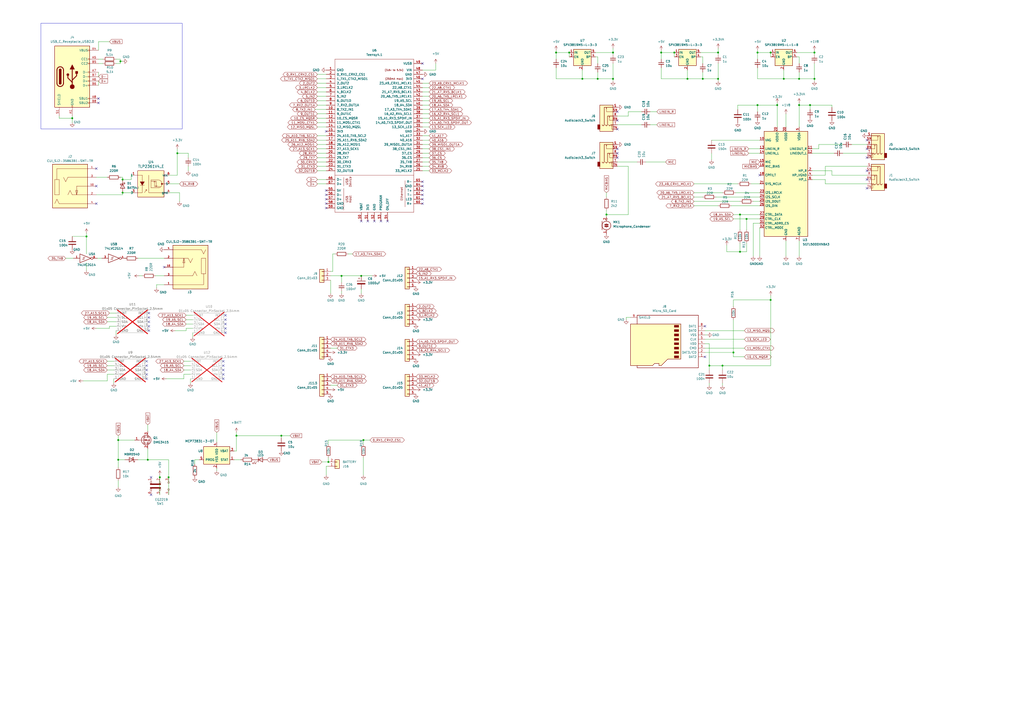
<source format=kicad_sch>
(kicad_sch (version 20250114) (generator "eeschema") (generator_version "9.0")
  (paper "A2")
  (rectangle (start 23.749 13.462) (end 105.664 74.803))
  (junction (at 71.12 104.14))
  (junction (at 469.9 60.96))
  (junction (at 391.16 30.48))
  (junction (at 439.42 60.96))
  (junction (at 50.165 137.16))
  (junction (at 337.82 45.72))
  (junction (at 429.26 124.46))
  (junction (at 450.85 60.96))
  (junction (at 472.44 30.48))
  (junction (at 97.79 276.86))
  (junction (at 454.66 45.72))
  (junction (at 463.55 60.96))
  (junction (at 322.58 30.48))
  (junction (at 447.04 30.48))
  (junction (at 137.16 252.73))
  (junction (at 419.1 212.09))
  (junction (at 416.56 30.48))
  (junction (at 407.67 45.72))
  (junction (at 439.42 30.48))
  (junction (at 355.6 45.72))
  (junction (at 425.45 204.47))
  (junction (at 68.58 255.27))
  (junction (at 198.12 160.02))
  (junction (at 463.55 45.72))
  (junction (at 351.79 124.46))
  (junction (at 330.2 30.48))
  (junction (at 92.71 276.86))
  (junction (at 398.78 45.72))
  (junction (at 163.195 252.73))
  (junction (at 71.12 111.76))
  (junction (at 190.5 267.97))
  (junction (at 429.26 146.05))
  (junction (at 447.04 173.99))
  (junction (at 210.82 255.27))
  (junction (at 69.85 35.56))
  (junction (at 102.87 88.9))
  (junction (at 355.6 30.48))
  (junction (at 346.71 45.72))
  (junction (at 416.56 45.72))
  (junction (at 209.55 160.02))
  (junction (at 68.58 266.7))
  (junction (at 411.48 212.09))
  (junction (at 41.91 68.58))
  (junction (at 472.44 45.72))
  (junction (at 433.07 127))
  (junction (at 383.54 30.48))
  (junction (at 85.725 266.7))
  (no_connect (at 85.09 212.09))
  (no_connect (at 130.81 190.5))
  (no_connect (at 85.09 209.55))
  (no_connect (at 85.09 214.63))
  (no_connect (at 502.92 81.28))
  (no_connect (at 129.54 217.17))
  (no_connect (at 129.54 214.63))
  (no_connect (at 502.92 86.36))
  (no_connect (at 86.36 191.77))
  (no_connect (at 130.81 193.04))
  (no_connect (at 129.54 209.55))
  (no_connect (at 358.14 74.93))
  (no_connect (at 245.11 113.03))
  (no_connect (at 502.92 104.14))
  (no_connect (at 189.23 118.11))
  (no_connect (at 87.63 276.86))
  (no_connect (at 502.92 91.44))
  (no_connect (at 130.81 185.42))
  (no_connect (at 86.36 181.61))
  (no_connect (at 358.14 69.85))
  (no_connect (at 55.88 107.95))
  (no_connect (at 189.23 113.03))
  (no_connect (at 245.11 110.49))
  (no_connect (at 57.15 59.69))
  (no_connect (at 502.92 99.06))
  (no_connect (at 129.54 219.71))
  (no_connect (at 209.55 128.27))
  (no_connect (at 189.23 76.2))
  (no_connect (at 358.14 88.9))
  (no_connect (at 502.92 109.22))
  (no_connect (at 55.88 97.79))
  (no_connect (at 86.36 186.69))
  (no_connect (at 130.81 182.88))
  (no_connect (at 217.17 128.27))
  (no_connect (at 213.36 128.27))
  (no_connect (at 408.94 207.01))
  (no_connect (at 358.14 86.36))
  (no_connect (at 220.98 128.27))
  (no_connect (at 440.69 101.6))
  (no_connect (at 55.88 118.11))
  (no_connect (at 245.11 105.41))
  (no_connect (at 245.11 45.72))
  (no_connect (at 358.14 91.44))
  (no_connect (at 85.09 217.17))
  (no_connect (at 245.11 118.11))
  (no_connect (at 189.23 120.65))
  (no_connect (at 358.14 64.77))
  (no_connect (at 245.11 115.57))
  (no_connect (at 95.25 154.94))
  (no_connect (at 245.11 36.83))
  (no_connect (at 408.94 189.23))
  (no_connect (at 245.11 107.95))
  (no_connect (at 189.23 115.57))
  (no_connect (at 224.79 128.27))
  (no_connect (at 189.23 110.49))
  (no_connect (at 86.36 184.15))
  (no_connect (at 85.09 219.71))
  (no_connect (at 129.54 212.09))
  (no_connect (at 87.63 287.02))
  (no_connect (at 130.81 187.96))
  (no_connect (at 57.15 57.15))
  (no_connect (at 86.36 189.23))
  (wire (pts (xy 471.17 86.36) (xy 474.98 86.36)))
  (wire (pts (xy 447.04 30.48) (xy 447.04 33.02)))
  (wire (pts (xy 330.2 30.48) (xy 330.2 33.02)))
  (wire (pts (xy 135.89 266.7) (xy 139.7 266.7)))
  (wire (pts (xy 191.77 170.18) (xy 191.77 162.56)))
  (wire (pts (xy 113.03 269.24) (xy 113.03 266.7)))
  (wire (pts (xy 248.92 73.66) (xy 245.11 73.66)))
  (wire (pts (xy 59.055 149.86) (xy 56.515 149.86)))
  (wire (pts (xy 137.16 261.62) (xy 137.16 252.73)))
  (wire (pts (xy 66.04 219.71) (xy 66.04 222.25)))
  (wire (pts (xy 469.9 60.96) (xy 463.55 60.96)))
  (wire (pts (xy 68.58 255.27) (xy 68.58 266.7)))
  (wire (pts (xy 193.04 147.32) (xy 193.04 157.48)))
  (wire (pts (xy 184.15 88.9) (xy 189.23 88.9)))
  (wire (pts (xy 391.16 30.48) (xy 391.16 33.02)))
  (wire (pts (xy 71.12 102.87) (xy 71.12 104.14)))
  (wire (pts (xy 472.44 29.21) (xy 472.44 30.48)))
  (wire (pts (xy 383.54 30.48) (xy 383.54 34.29)))
  (wire (pts (xy 358.14 72.39) (xy 372.11 72.39)))
  (wire (pts (xy 463.55 45.72) (xy 472.44 45.72)))
  (wire (pts (xy 346.71 33.02) (xy 345.44 33.02)))
  (wire (pts (xy 408.94 199.39) (xy 411.48 199.39)))
  (wire (pts (xy 198.12 168.91) (xy 198.12 170.18)))
  (wire (pts (xy 252.73 40.64) (xy 245.11 40.64)))
  (wire (pts (xy 62.23 214.63) (xy 66.04 214.63)))
  (wire (pts (xy 191.77 223.52) (xy 195.58 223.52)))
  (wire (pts (xy 57.15 24.13) (xy 63.5 24.13)))
  (wire (pts (xy 248.92 48.26) (xy 245.11 48.26)))
  (wire (pts (xy 72.39 149.86) (xy 73.025 149.86)))
  (wire (pts (xy 69.85 35.56) (xy 71.12 35.56)))
  (wire (pts (xy 198.12 160.02) (xy 209.55 160.02)))
  (wire (pts (xy 248.92 68.58) (xy 245.11 68.58)))
  (wire (pts (xy 462.28 30.48) (xy 472.44 30.48)))
  (wire (pts (xy 109.22 99.06) (xy 109.22 96.52)))
  (wire (pts (xy 447.04 171.45) (xy 447.04 173.99)))
  (wire (pts (xy 184.15 96.52) (xy 189.23 96.52)))
  (wire (pts (xy 355.6 46.99) (xy 355.6 45.72)))
  (wire (pts (xy 472.44 30.48) (xy 472.44 31.75)))
  (wire (pts (xy 463.55 59.69) (xy 463.55 60.96)))
  (wire (pts (xy 425.45 127) (xy 433.07 127)))
  (wire (pts (xy 78.105 255.27) (xy 68.58 255.27)))
  (wire (pts (xy 193.04 147.32) (xy 194.31 147.32)))
  (wire (pts (xy 184.15 60.96) (xy 189.23 60.96)))
  (wire (pts (xy 429.26 124.46) (xy 440.69 124.46)))
  (wire (pts (xy 210.82 265.43) (xy 210.82 275.59)))
  (wire (pts (xy 71.12 113.03) (xy 71.12 111.76)))
  (wire (pts (xy 184.15 50.8) (xy 189.23 50.8)))
  (wire (pts (xy 471.17 99.06) (xy 482.6 99.06)))
  (wire (pts (xy 184.15 71.12) (xy 189.23 71.12)))
  (wire (pts (xy 433.07 127) (xy 440.69 127)))
  (wire (pts (xy 248.92 71.12) (xy 245.11 71.12)))
  (wire (pts (xy 248.92 91.44) (xy 245.11 91.44)))
  (wire (pts (xy 97.79 266.7) (xy 97.79 276.86)))
  (wire (pts (xy 184.15 43.18) (xy 189.23 43.18)))
  (wire (pts (xy 67.31 191.77) (xy 67.31 194.31)))
  (wire (pts (xy 419.1 212.09) (xy 419.1 214.63)))
  (wire (pts (xy 454.66 40.64) (xy 454.66 45.72)))
  (wire (pts (xy 48.26 220.98) (xy 62.23 220.98)))
  (wire (pts (xy 419.1 212.09) (xy 447.04 212.09)))
  (wire (pts (xy 440.69 132.08) (xy 440.69 148.59)))
  (wire (pts (xy 198.12 163.83) (xy 198.12 160.02)))
  (wire (pts (xy 137.16 252.73) (xy 163.195 252.73)))
  (wire (pts (xy 190.5 255.27) (xy 190.5 257.81)))
  (wire (pts (xy 407.67 45.72) (xy 416.56 45.72)))
  (wire (pts (xy 190.5 255.27) (xy 210.82 255.27)))
  (wire (pts (xy 358.14 96.52) (xy 364.49 96.52)))
  (wire (pts (xy 184.15 68.58) (xy 189.23 68.58)))
  (wire (pts (xy 322.58 39.37) (xy 322.58 45.72)))
  (wire (pts (xy 104.14 111.76) (xy 104.14 116.84)))
  (wire (pts (xy 429.26 133.35) (xy 429.26 124.46)))
  (wire (pts (xy 358.14 67.31) (xy 364.49 67.31)))
  (wire (pts (xy 248.92 55.88) (xy 245.11 55.88)))
  (wire (pts (xy 71.12 102.87) (xy 69.85 102.87)))
  (wire (pts (xy 101.6 191.77) (xy 107.95 191.77)))
  (wire (pts (xy 365.76 184.15) (xy 363.22 184.15)))
  (wire (pts (xy 439.42 60.96) (xy 450.85 60.96)))
  (wire (pts (xy 322.58 45.72) (xy 337.82 45.72)))
  (wire (pts (xy 472.44 46.99) (xy 472.44 45.72)))
  (wire (pts (xy 76.2 101.6) (xy 77.47 101.6)))
  (wire (pts (xy 184.15 73.66) (xy 189.23 73.66)))
  (wire (pts (xy 106.68 212.09) (xy 110.49 212.09)))
  (wire (pts (xy 106.68 209.55) (xy 110.49 209.55)))
  (wire (pts (xy 184.15 48.26) (xy 189.23 48.26)))
  (wire (pts (xy 68.58 266.7) (xy 68.58 271.145)))
  (wire (pts (xy 80.645 160.02) (xy 82.55 160.02)))
  (wire (pts (xy 494.03 83.82) (xy 502.92 83.82)))
  (wire (pts (xy 412.75 81.28) (xy 440.69 81.28)))
  (wire (pts (xy 62.23 220.98) (xy 62.23 217.17)))
  (wire (pts (xy 478.79 96.52) (xy 478.79 101.6)))
  (wire (pts (xy 34.29 67.31) (xy 34.29 68.58)))
  (wire (pts (xy 62.23 184.15) (xy 67.31 184.15)))
  (wire (pts (xy 76.2 104.14) (xy 71.12 104.14)))
  (wire (pts (xy 439.42 30.48) (xy 447.04 30.48)))
  (wire (pts (xy 455.93 139.7) (xy 455.93 148.59)))
  (wire (pts (xy 214.63 255.27) (xy 210.82 255.27)))
  (wire (pts (xy 186.69 267.97) (xy 190.5 267.97)))
  (wire (pts (xy 184.15 91.44) (xy 189.23 91.44)))
  (wire (pts (xy 189.23 275.59) (xy 189.23 270.51)))
  (wire (pts (xy 478.79 106.68) (xy 502.92 106.68)))
  (wire (pts (xy 248.92 93.98) (xy 245.11 93.98)))
  (wire (pts (xy 415.29 114.3) (xy 440.69 114.3)))
  (wire (pts (xy 107.95 187.96) (xy 111.76 187.96)))
  (wire (pts (xy 469.9 63.5) (xy 469.9 60.96)))
  (wire (pts (xy 248.92 96.52) (xy 245.11 96.52)))
  (wire (pts (xy 248.92 66.04) (xy 245.11 66.04)))
  (wire (pts (xy 425.45 173.99) (xy 425.45 177.8)))
  (wire (pts (xy 41.91 68.58) (xy 41.91 71.12)))
  (wire (pts (xy 68.58 282.575) (xy 68.58 278.765)))
  (wire (pts (xy 381 72.39) (xy 377.19 72.39)))
  (wire (pts (xy 502.92 96.52) (xy 478.79 96.52)))
  (wire (pts (xy 386.08 93.98) (xy 374.65 93.98)))
  (wire (pts (xy 248.92 53.34) (xy 245.11 53.34)))
  (wire (pts (xy 184.15 58.42) (xy 189.23 58.42)))
  (wire (pts (xy 434.34 88.9) (xy 440.69 88.9)))
  (wire (pts (xy 482.6 99.06) (xy 482.6 101.6)))
  (wire (pts (xy 68.58 252.73) (xy 68.58 255.27)))
  (wire (pts (xy 190.5 265.43) (xy 190.5 267.97)))
  (wire (pts (xy 351.79 111.76) (xy 351.79 114.3)))
  (wire (pts (xy 381 64.77) (xy 377.19 64.77)))
  (wire (pts (xy 69.85 36.83) (xy 67.31 36.83)))
  (wire (pts (xy 398.78 45.72) (xy 407.67 45.72)))
  (wire (pts (xy 398.78 40.64) (xy 398.78 45.72)))
  (wire (pts (xy 109.22 91.44) (xy 109.22 88.9)))
  (wire (pts (xy 355.6 27.94) (xy 355.6 30.48)))
  (wire (pts (xy 345.44 30.48) (xy 355.6 30.48)))
  (wire (pts (xy 482.6 62.23) (xy 482.6 60.96)))
  (wire (pts (xy 209.55 170.18) (xy 209.55 167.64)))
  (wire (pts (xy 57.15 46.99) (xy 57.15 49.53)))
  (wire (pts (xy 411.48 199.39) (xy 411.48 212.09)))
  (wire (pts (xy 97.79 276.86) (xy 97.79 287.02)))
  (wire (pts (xy 97.79 101.6) (xy 102.87 101.6)))
  (wire (pts (xy 425.45 207.01) (xy 431.8 207.01)))
  (wire (pts (xy 383.54 29.21) (xy 383.54 30.48)))
  (wire (pts (xy 322.58 29.21) (xy 322.58 30.48)))
  (wire (pts (xy 447.04 173.99) (xy 447.04 212.09)))
  (wire (pts (xy 63.5 181.61) (xy 67.31 181.61)))
  (wire (pts (xy 110.49 219.71) (xy 110.49 222.25)))
  (wire (pts (xy 102.87 86.36) (xy 102.87 88.9)))
  (wire (pts (xy 364.49 124.46) (xy 351.79 124.46)))
  (wire (pts (xy 191.77 201.93) (xy 195.58 201.93)))
  (wire (pts (xy 402.59 116.84) (xy 429.26 116.84)))
  (wire (pts (xy 184.15 104.14) (xy 189.23 104.14)))
  (wire (pts (xy 346.71 41.91) (xy 346.71 45.72)))
  (wire (pts (xy 62.23 212.09) (xy 66.04 212.09)))
  (wire (pts (xy 184.15 66.04) (xy 189.23 66.04)))
  (wire (pts (xy 419.1 223.52) (xy 419.1 222.25)))
  (wire (pts (xy 416.56 45.72) (xy 416.56 36.83)))
  (wire (pts (xy 433.07 140.97) (xy 433.07 146.05)))
  (wire (pts (xy 57.15 29.21) (xy 57.15 24.13)))
  (wire (pts (xy 351.79 125.73) (xy 351.79 124.46)))
  (wire (pts (xy 191.77 160.02) (xy 198.12 160.02)))
  (wire (pts (xy 38.1 149.86) (xy 42.545 149.86)))
  (wire (pts (xy 369.57 93.98) (xy 358.14 93.98)))
  (wire (pts (xy 407.67 33.02) (xy 406.4 33.02)))
  (wire (pts (xy 184.15 86.36) (xy 189.23 86.36)))
  (wire (pts (xy 402.59 114.3) (xy 407.67 114.3)))
  (wire (pts (xy 433.07 133.35) (xy 433.07 127)))
  (wire (pts (xy 41.91 67.31) (xy 41.91 68.58)))
  (wire (pts (xy 106.68 214.63) (xy 110.49 214.63)))
  (wire (pts (xy 439.42 39.37) (xy 439.42 45.72)))
  (wire (pts (xy 402.59 119.38) (xy 416.56 119.38)))
  (wire (pts (xy 184.15 45.72) (xy 189.23 45.72)))
  (wire (pts (xy 72.39 266.7) (xy 68.58 266.7)))
  (wire (pts (xy 427.99 60.96) (xy 439.42 60.96)))
  (wire (pts (xy 248.92 58.42) (xy 245.11 58.42)))
  (wire (pts (xy 455.93 66.04) (xy 455.93 73.66)))
  (wire (pts (xy 408.94 191.77) (xy 431.8 191.77)))
  (wire (pts (xy 85.725 260.35) (xy 85.725 266.7)))
  (wire (pts (xy 71.12 111.76) (xy 77.47 111.76)))
  (wire (pts (xy 95.25 165.1) (xy 90.805 165.1)))
  (wire (pts (xy 450.85 60.96) (xy 450.85 73.66)))
  (wire (pts (xy 337.82 45.72) (xy 346.71 45.72)))
  (wire (pts (xy 439.42 64.77) (xy 439.42 60.96)))
  (wire (pts (xy 474.98 83.82) (xy 488.95 83.82)))
  (wire (pts (xy 411.48 223.52) (xy 411.48 222.25)))
  (wire (pts (xy 34.29 68.58) (xy 41.91 68.58)))
  (wire (pts (xy 463.55 41.91) (xy 463.55 45.72)))
  (wire (pts (xy 346.71 45.72) (xy 355.6 45.72)))
  (wire (pts (xy 412.75 88.9) (xy 412.75 92.71)))
  (wire (pts (xy 252.73 36.83) (xy 252.73 40.64)))
  (wire (pts (xy 402.59 111.76) (xy 419.1 111.76)))
  (wire (pts (xy 436.88 129.54) (xy 436.88 148.59)))
  (wire (pts (xy 402.59 106.68) (xy 427.99 106.68)))
  (wire (pts (xy 416.56 30.48) (xy 416.56 31.75)))
  (wire (pts (xy 189.23 270.51) (xy 190.5 270.51)))
  (wire (pts (xy 248.92 78.74) (xy 245.11 78.74)))
  (wire (pts (xy 85.725 266.7) (xy 97.79 266.7)))
  (wire (pts (xy 184.15 81.28) (xy 189.23 81.28)))
  (wire (pts (xy 407.67 36.83) (xy 407.67 33.02)))
  (wire (pts (xy 113.03 266.7) (xy 115.57 266.7)))
  (wire (pts (xy 55.88 113.03) (xy 71.12 113.03)))
  (wire (pts (xy 383.54 39.37) (xy 383.54 45.72)))
  (wire (pts (xy 383.54 45.72) (xy 398.78 45.72)))
  (wire (pts (xy 408.94 201.93) (xy 431.8 201.93)))
  (wire (pts (xy 204.47 147.32) (xy 201.93 147.32)))
  (wire (pts (xy 364.49 67.31) (xy 364.49 64.77)))
  (wire (pts (xy 440.69 129.54) (xy 436.88 129.54)))
  (wire (pts (xy 248.92 60.96) (xy 245.11 60.96)))
  (wire (pts (xy 184.15 55.88) (xy 189.23 55.88)))
  (wire (pts (xy 406.4 30.48) (xy 416.56 30.48)))
  (wire (pts (xy 337.82 40.64) (xy 337.82 45.72)))
  (wire (pts (xy 425.45 124.46) (xy 429.26 124.46)))
  (wire (pts (xy 363.22 184.15) (xy 363.22 185.42)))
  (wire (pts (xy 184.15 93.98) (xy 189.23 93.98)))
  (wire (pts (xy 107.95 182.88) (xy 111.76 182.88)))
  (wire (pts (xy 248.92 99.06) (xy 245.11 99.06)))
  (wire (pts (xy 248.92 83.82) (xy 245.11 83.82)))
  (wire (pts (xy 107.95 185.42) (xy 111.76 185.42)))
  (wire (pts (xy 463.55 36.83) (xy 463.55 33.02)))
  (wire (pts (xy 463.55 60.96) (xy 463.55 73.66)))
  (wire (pts (xy 135.89 261.62) (xy 137.16 261.62)))
  (wire (pts (xy 62.23 209.55) (xy 66.04 209.55)))
  (wire (pts (xy 184.15 99.06) (xy 189.23 99.06)))
  (wire (pts (xy 482.6 101.6) (xy 502.92 101.6)))
  (wire (pts (xy 488.95 88.9) (xy 502.92 88.9)))
  (wire (pts (xy 248.92 81.28) (xy 245.11 81.28)))
  (wire (pts (xy 355.6 45.72) (xy 355.6 36.83)))
  (wire (pts (xy 474.98 86.36) (xy 474.98 83.82)))
  (wire (pts (xy 62.23 186.69) (xy 67.31 186.69)))
  (wire (pts (xy 410.21 194.31) (xy 408.94 194.31)))
  (wire (pts (xy 90.17 160.02) (xy 95.25 160.02)))
  (wire (pts (xy 182.88 63.5) (xy 189.23 63.5)))
  (wire (pts (xy 478.79 101.6) (xy 471.17 101.6)))
  (wire (pts (xy 439.42 30.48) (xy 439.42 34.29)))
  (wire (pts (xy 463.55 33.02) (xy 462.28 33.02)))
  (wire (pts (xy 137.16 252.73) (xy 137.16 250.825)))
  (wire (pts (xy 383.54 30.48) (xy 391.16 30.48)))
  (wire (pts (xy 454.66 45.72) (xy 463.55 45.72)))
  (wire (pts (xy 436.88 116.84) (xy 440.69 116.84)))
  (wire (pts (xy 425.45 173.99) (xy 447.04 173.99)))
  (wire (pts (xy 471.17 104.14) (xy 478.79 104.14)))
  (wire (pts (xy 450.85 59.69) (xy 450.85 60.96)))
  (wire (pts (xy 210.82 257.81) (xy 210.82 255.27)))
  (wire (pts (xy 90.805 165.1) (xy 90.805 167.005)))
  (wire (pts (xy 63.5 190.5) (xy 63.5 189.23)))
  (wire (pts (xy 106.68 219.71) (xy 106.68 217.17)))
  (wire (pts (xy 67.31 34.29) (xy 69.85 34.29)))
  (wire (pts (xy 471.17 88.9) (xy 483.87 88.9)))
  (wire (pts (xy 416.56 46.99) (xy 416.56 45.72)))
  (wire (pts (xy 439.42 45.72) (xy 454.66 45.72)))
  (wire (pts (xy 109.22 88.9) (xy 102.87 88.9)))
  (wire (pts (xy 364.49 96.52) (xy 364.49 124.46)))
  (wire (pts (xy 427.99 63.5) (xy 427.99 60.96)))
  (wire (pts (xy 439.42 29.21) (xy 439.42 30.48)))
  (wire (pts (xy 57.15 34.29) (xy 59.69 34.29)))
  (wire (pts (xy 351.79 124.46) (xy 351.79 121.92)))
  (wire (pts (xy 425.45 185.42) (xy 425.45 204.47)))
  (wire (pts (xy 62.23 217.17) (xy 66.04 217.17)))
  (wire (pts (xy 322.58 30.48) (xy 322.58 34.29)))
  (wire (pts (xy 425.45 207.01) (xy 425.45 204.47)))
  (wire (pts (xy 424.18 119.38) (xy 440.69 119.38)))
  (wire (pts (xy 463.55 139.7) (xy 463.55 148.59)))
  (wire (pts (xy 411.48 212.09) (xy 419.1 212.09)))
  (wire (pts (xy 248.92 88.9) (xy 245.11 88.9)))
  (wire (pts (xy 184.15 78.74) (xy 189.23 78.74)))
  (wire (pts (xy 125.73 250.825) (xy 125.73 256.54)))
  (wire (pts (xy 408.94 204.47) (xy 425.45 204.47)))
  (wire (pts (xy 416.56 27.94) (xy 416.56 30.48)))
  (wire (pts (xy 63.5 189.23) (xy 67.31 189.23)))
  (wire (pts (xy 429.26 146.05) (xy 421.64 146.05)))
  (wire (pts (xy 97.79 106.68) (xy 104.14 106.68)))
  (wire (pts (xy 184.15 83.82) (xy 189.23 83.82)))
  (wire (pts (xy 57.15 44.45) (xy 57.15 41.91)))
  (wire (pts (xy 346.71 36.83) (xy 346.71 33.02)))
  (wire (pts (xy 97.79 111.76) (xy 104.14 111.76)))
  (wire (pts (xy 209.55 160.02) (xy 215.9 160.02)))
  (wire (pts (xy 92.71 276.86) (xy 92.71 287.02)))
  (wire (pts (xy 184.15 53.34) (xy 189.23 53.34)))
  (wire (pts (xy 69.85 35.56) (xy 69.85 36.83)))
  (wire (pts (xy 57.15 36.83) (xy 59.69 36.83)))
  (wire (pts (xy 426.72 111.76) (xy 440.69 111.76)))
  (wire (pts (xy 50.165 156.845) (xy 50.165 152.4)))
  (wire (pts (xy 421.64 146.05) (xy 421.64 142.24)))
  (wire (pts (xy 408.94 196.85) (xy 431.8 196.85)))
  (wire (pts (xy 355.6 30.48) (xy 355.6 31.75)))
  (wire (pts (xy 433.07 146.05) (xy 429.26 146.05)))
  (wire (pts (xy 55.88 102.87) (xy 62.23 102.87)))
  (wire (pts (xy 248.92 50.8) (xy 245.11 50.8)))
  (wire (pts (xy 96.52 219.71) (xy 106.68 219.71)))
  (wire (pts (xy 107.95 190.5) (xy 111.76 190.5)))
  (wire (pts (xy 482.6 60.96) (xy 469.9 60.96)))
  (wire (pts (xy 193.04 157.48) (xy 191.77 157.48)))
  (wire (pts (xy 50.165 137.16) (xy 50.165 147.32)))
  (wire (pts (xy 478.79 104.14) (xy 478.79 106.68)))
  (wire (pts (xy 111.76 193.04) (xy 111.76 195.58)))
  (wire (pts (xy 69.85 34.29) (xy 69.85 35.56)))
  (wire (pts (xy 50.165 135.255) (xy 50.165 137.16)))
  (wire (pts (xy 472.44 45.72) (xy 472.44 36.83)))
  (wire (pts (xy 80.01 149.86) (xy 95.25 149.86)))
  (wire (pts (xy 125.73 273.05) (xy 125.73 271.78)))
  (wire (pts (xy 407.67 41.91) (xy 407.67 45.72)))
  (wire (pts (xy 248.92 63.5) (xy 245.11 63.5)))
  (wire (pts (xy 85.725 246.38) (xy 85.725 250.19)))
  (wire (pts (xy 184.15 106.68) (xy 189.23 106.68)))
  (wire (pts (xy 322.58 30.48) (xy 330.2 30.48)))
  (wire (pts (xy 80.01 266.7) (xy 85.725 266.7)))
  (wire (pts (xy 435.61 106.68) (xy 440.69 106.68)))
  (wire (pts (xy 364.49 64.77) (xy 372.11 64.77)))
  (wire (pts (xy 55.88 190.5) (xy 63.5 190.5)))
  (wire (pts (xy 429.26 140.97) (xy 429.26 146.05)))
  (wire (pts (xy 248.92 86.36) (xy 245.11 86.36)))
  (wire (pts (xy 102.87 88.9) (xy 102.87 101.6)))
  (wire (pts (xy 107.95 191.77) (xy 107.95 190.5)))
  (wire (pts (xy 92.71 275.59) (xy 92.71 276.86)))
  (wire (pts (xy 41.91 137.16) (xy 50.165 137.16)))
  (wire (pts (xy 163.195 252.73) (xy 163.195 254)))
  (wire (pts (xy 76.2 101.6) (xy 76.2 104.14)))
  (wire (pts (xy 434.34 86.36) (xy 440.69 86.36)))
  (wire (pts (xy 163.195 252.73) (xy 168.275 252.73)))
  (wire (pts (xy 411.48 212.09) (xy 411.48 214.63)))
  (wire (pts (xy 106.68 217.17) (xy 110.49 217.17)))
  (global_label "20_A6_TX5_LRCLK1" (shape bidirectional) (at 402.59 111.76 180) (property "Intersheetrefs" "${INTERSHEET_REFS}" (effects (hide yes))))
  (global_label "22_A8_CTX1" (shape bidirectional) (at 248.92 50.8 0) (property "Intersheetrefs" "${INTERSHEET_REFS}" (effects (hide yes))))
  (global_label "37_CS" (shape bidirectional) (at 248.92 88.9 0) (property "Intersheetrefs" "${INTERSHEET_REFS}" (effects (hide yes))))
  (global_label "25_A11_RX6_SDA2" (shape bidirectional) (at 184.15 81.28 180) (property "Intersheetrefs" "${INTERSHEET_REFS}" (effects (hide yes))))
  (global_label "31_CTX3" (shape bidirectional) (at 195.58 223.52 0) (property "Intersheetrefs" "${INTERSHEET_REFS}" (effects (hide yes))))
  (global_label "27_A13_SCK1" (shape bidirectional) (at 107.95 182.88 180) (property "Intersheetrefs" "${INTERSHEET_REFS}" (effects (hide yes))))
  (global_label "3_LRCLK2" (shape bidirectional) (at 241.3 182.88 0) (property "Intersheetrefs" "${INTERSHEET_REFS}" (effects (hide yes))))
  (global_label "17_A3_TX4_SDA1" (shape bidirectional) (at 204.47 147.32 0) (property "Intersheetrefs" "${INTERSHEET_REFS}" (effects (hide yes))))
  (global_label "3_LRCLK2" (shape bidirectional) (at 184.15 50.8 180) (property "Intersheetrefs" "${INTERSHEET_REFS}" (effects (hide yes))))
  (global_label "5_IN2" (shape bidirectional) (at 241.3 158.75 0) (property "Intersheetrefs" "${INTERSHEET_REFS}" (effects (hide yes))))
  (global_label "MIC" (shape input) (at 440.69 93.98 180) (property "Intersheetrefs" "${INTERSHEET_REFS}" (effects (hide yes))))
  (global_label "12_MISO_MQSL" (shape bidirectional) (at 431.8 191.77 0) (property "Intersheetrefs" "${INTERSHEET_REFS}" (effects (hide yes))))
  (global_label "35_TX8" (shape bidirectional) (at 248.92 93.98 0) (property "Intersheetrefs" "${INTERSHEET_REFS}" (effects (hide yes))))
  (global_label "0_RX1_CRX2_CS1" (shape bidirectional) (at 214.63 255.27 0) (property "Intersheetrefs" "${INTERSHEET_REFS}" (effects (hide yes))))
  (global_label "VBUS" (shape input) (at 154.94 266.7 0) (property "Intersheetrefs" "${INTERSHEET_REFS}" (effects (hide yes))))
  (global_label "9_OUT1C" (shape bidirectional) (at 241.3 200.66 0) (property "Intersheetrefs" "${INTERSHEET_REFS}" (effects (hide yes))))
  (global_label "32_OUT1B" (shape bidirectional) (at 241.3 220.98 0) (property "Intersheetrefs" "${INTERSHEET_REFS}" (effects (hide yes))))
  (global_label "19_A5_SCL" (shape bidirectional) (at 106.68 212.09 180) (property "Intersheetrefs" "${INTERSHEET_REFS}" (effects (hide yes))))
  (global_label "32_OUT1B" (shape bidirectional) (at 184.15 99.06 180) (property "Intersheetrefs" "${INTERSHEET_REFS}" (effects (hide yes))))
  (global_label "4_BCLK2" (shape bidirectional) (at 184.15 53.34 180) (property "Intersheetrefs" "${INTERSHEET_REFS}" (effects (hide yes))))
  (global_label "5_IN2" (shape bidirectional) (at 184.15 55.88 180) (property "Intersheetrefs" "${INTERSHEET_REFS}" (effects (hide yes))))
  (global_label "40_A16" (shape bidirectional) (at 248.92 81.28 0) (property "Intersheetrefs" "${INTERSHEET_REFS}" (effects (hide yes))))
  (global_label "23_A9_CRX1_MCLK1" (shape bidirectional) (at 248.92 48.26 0) (property "Intersheetrefs" "${INTERSHEET_REFS}" (effects (hide yes))))
  (global_label "15_A1_RX3_SPDIF_IN" (shape bidirectional) (at 241.3 161.29 0) (property "Intersheetrefs" "${INTERSHEET_REFS}" (effects (hide yes))))
  (global_label "7_RX2_OUT1A" (shape bidirectional) (at 184.15 60.96 180) (property "Intersheetrefs" "${INTERSHEET_REFS}" (effects (hide yes))))
  (global_label "19_A5_SCL" (shape bidirectional) (at 107.95 185.42 180) (property "Intersheetrefs" "${INTERSHEET_REFS}" (effects (hide yes))))
  (global_label "18_A4_SDA" (shape bidirectional) (at 62.23 186.69 180) (property "Intersheetrefs" "${INTERSHEET_REFS}" (effects (hide yes))))
  (global_label "33_MCLK2" (shape bidirectional) (at 248.92 99.06 0) (property "Intersheetrefs" "${INTERSHEET_REFS}" (effects (hide yes))))
  (global_label "21_A7_RX5_BCLK1" (shape bidirectional) (at 402.59 114.3 180) (property "Intersheetrefs" "${INTERSHEET_REFS}" (effects (hide yes))))
  (global_label "25_A11_RX6_SDA2" (shape bidirectional) (at 191.77 199.39 0) (property "Intersheetrefs" "${INTERSHEET_REFS}" (effects (hide yes))))
  (global_label "VBUS" (shape input) (at 63.5 24.13 0) (property "Intersheetrefs" "${INTERSHEET_REFS}" (effects (hide yes))))
  (global_label "1_TX1_CTX2_MISO1" (shape bidirectional) (at 184.15 45.72 180) (property "Intersheetrefs" "${INTERSHEET_REFS}" (effects (hide yes))))
  (global_label "19_A5_SCL" (shape bidirectional) (at 248.92 58.42 0) (property "Intersheetrefs" "${INTERSHEET_REFS}" (effects (hide yes))))
  (global_label "12_MISO_MQSL" (shape bidirectional) (at 184.15 73.66 180) (property "Intersheetrefs" "${INTERSHEET_REFS}" (effects (hide yes))))
  (global_label "6_OUT1D" (shape bidirectional) (at 184.15 58.42 180) (property "Intersheetrefs" "${INTERSHEET_REFS}" (effects (hide yes))))
  (global_label "18_A4_SDA" (shape bidirectional) (at 425.45 124.46 180) (property "Intersheetrefs" "${INTERSHEET_REFS}" (effects (hide yes))))
  (global_label "LINEIN_R" (shape input) (at 381 64.77 0) (property "Intersheetrefs" "${INTERSHEET_REFS}" (effects (hide yes))))
  (global_label "13_SCK_LED" (shape bidirectional) (at 431.8 196.85 0) (property "Intersheetrefs" "${INTERSHEET_REFS}" (effects (hide yes))))
  (global_label "23_A9_CRX1_MCLK1" (shape bidirectional) (at 402.59 106.68 180) (property "Intersheetrefs" "${INTERSHEET_REFS}" (effects (hide yes))))
  (global_label "9_OUT1C" (shape bidirectional) (at 184.15 66.04 180) (property "Intersheetrefs" "${INTERSHEET_REFS}" (effects (hide yes))))
  (global_label "19_A5_SCL" (shape bidirectional) (at 425.45 127 180) (property "Intersheetrefs" "${INTERSHEET_REFS}" (effects (hide yes))))
  (global_label "18_A4_SDA" (shape bidirectional) (at 106.68 214.63 180) (property "Intersheetrefs" "${INTERSHEET_REFS}" (effects (hide yes))))
  (global_label "MICBIAS" (shape input) (at 351.79 111.76 90) (property "Intersheetrefs" "${INTERSHEET_REFS}" (effects (hide yes))))
  (global_label "18_A4_SDA" (shape bidirectional) (at 107.95 187.96 180) (property "Intersheetrefs" "${INTERSHEET_REFS}" (effects (hide yes))))
  (global_label "27_A13_SCK1" (shape bidirectional) (at 62.23 209.55 180) (property "Intersheetrefs" "${INTERSHEET_REFS}" (effects (hide yes))))
  (global_label "28_RX7" (shape bidirectional) (at 184.15 88.9 180) (property "Intersheetrefs" "${INTERSHEET_REFS}" (effects (hide yes))))
  (global_label "D-" (shape input) (at 57.15 44.45 0) (property "Intersheetrefs" "${INTERSHEET_REFS}" (effects (hide yes))))
  (global_label "D-" (shape bidirectional) (at 184.15 104.14 180) (property "Intersheetrefs" "${INTERSHEET_REFS}" (effects (hide yes))))
  (global_label "39_MISO1_OUT1A" (shape bidirectional) (at 248.92 83.82 0) (property "Intersheetrefs" "${INTERSHEET_REFS}" (effects (hide yes))))
  (global_label "26_A12_MOSI1" (shape bidirectional) (at 184.15 83.82 180) (property "Intersheetrefs" "${INTERSHEET_REFS}" (effects (hide yes))))
  (global_label "D+" (shape bidirectional) (at 184.15 106.68 180) (property "Intersheetrefs" "${INTERSHEET_REFS}" (effects (hide yes))))
  (global_label "8_TX2_IN1" (shape bidirectional) (at 402.59 116.84 180) (property "Intersheetrefs" "${INTERSHEET_REFS}" (effects (hide yes))))
  (global_label "MIC" (shape input) (at 386.08 93.98 0) (property "Intersheetrefs" "${INTERSHEET_REFS}" (effects (hide yes))))
  (global_label "41_A17" (shape bidirectional) (at 241.3 223.52 0) (property "Intersheetrefs" "${INTERSHEET_REFS}" (effects (hide yes))))
  (global_label "21_A7_RX5_BCLK1" (shape bidirectional) (at 248.92 53.34 0) (property "Intersheetrefs" "${INTERSHEET_REFS}" (effects (hide yes))))
  (global_label "20_A6_TX5_LRCLK1" (shape bidirectional) (at 248.92 55.88 0) (property "Intersheetrefs" "${INTERSHEET_REFS}" (effects (hide yes))))
  (global_label "27_A13_SCK1" (shape bidirectional) (at 106.68 209.55 180) (property "Intersheetrefs" "${INTERSHEET_REFS}" (effects (hide yes))))
  (global_label "31_CTX3" (shape bidirectional) (at 184.15 96.52 180) (property "Intersheetrefs" "${INTERSHEET_REFS}" (effects (hide yes))))
  (global_label "LINEIN_R" (shape input) (at 434.34 86.36 180) (property "Intersheetrefs" "${INTERSHEET_REFS}" (effects (hide yes))))
  (global_label "8_TX2_IN1" (shape bidirectional) (at 182.88 63.5 180) (property "Intersheetrefs" "${INTERSHEET_REFS}" (effects (hide yes))))
  (global_label "36_CS" (shape bidirectional) (at 248.92 91.44 0) (property "Intersheetrefs" "${INTERSHEET_REFS}" (effects (hide yes))))
  (global_label "0_RX1_CRX2_CS1" (shape bidirectional) (at 184.15 43.18 180) (property "Intersheetrefs" "${INTERSHEET_REFS}" (effects (hide yes))))
  (global_label "VBAT" (shape input) (at 186.69 267.97 180) (property "Intersheetrefs" "${INTERSHEET_REFS}" (effects (hide yes))))
  (global_label "2_OUT2" (shape bidirectional) (at 241.3 177.8 0) (property "Intersheetrefs" "${INTERSHEET_REFS}" (effects (hide yes))))
  (global_label "27_A13_SCK1" (shape bidirectional) (at 184.15 86.36 180) (property "Intersheetrefs" "${INTERSHEET_REFS}" (effects (hide yes))))
  (global_label "34_RX8" (shape bidirectional) (at 248.92 96.52 0) (property "Intersheetrefs" "${INTERSHEET_REFS}" (effects (hide yes))))
  (global_label "10_CS_MQSR" (shape bidirectional) (at 431.8 207.01 0) (property "Intersheetrefs" "${INTERSHEET_REFS}" (effects (hide yes))))
  (global_label "LINEIN_L" (shape input) (at 434.34 88.9 180) (property "Intersheetrefs" "${INTERSHEET_REFS}" (effects (hide yes))))
  (global_label "13_SCK_LED" (shape bidirectional) (at 248.92 73.66 0) (property "Intersheetrefs" "${INTERSHEET_REFS}" (effects (hide yes))))
  (global_label "31_CTX3" (shape bidirectional) (at 195.58 201.93 0) (property "Intersheetrefs" "${INTERSHEET_REFS}" (effects (hide yes))))
  (global_label "38_CS1_IN1" (shape bidirectional) (at 248.92 86.36 0) (property "Intersheetrefs" "${INTERSHEET_REFS}" (effects (hide yes))))
  (global_label "14_A0_TX3_SPDIF_OUT" (shape bidirectional) (at 248.92 71.12 0) (property "Intersheetrefs" "${INTERSHEET_REFS}" (effects (hide yes))))
  (global_label "18_A4_SDA" (shape bidirectional) (at 248.92 60.96 0) (property "Intersheetrefs" "${INTERSHEET_REFS}" (effects (hide yes))))
  (global_label "24_A10_TX6_SCL2" (shape bidirectional) (at 184.15 78.74 180) (property "Intersheetrefs" "${INTERSHEET_REFS}" (effects (hide yes))))
  (global_label "11_MOSI_CTX1" (shape bidirectional) (at 184.15 71.12 180) (property "Intersheetrefs" "${INTERSHEET_REFS}" (effects (hide yes))))
  (global_label "27_A13_SCK1" (shape bidirectional) (at 63.5 181.61 180) (property "Intersheetrefs" "${INTERSHEET_REFS}" (effects (hide yes))))
  (global_label "35_TX8" (shape bidirectional) (at 38.1 149.86 180) (property "Intersheetrefs" "${INTERSHEET_REFS}" (effects (hide yes))))
  (global_label "14_A0_TX3_SPDIF_OUT" (shape bidirectional) (at 241.3 198.12 0) (property "Intersheetrefs" "${INTERSHEET_REFS}" (effects (hide yes))))
  (global_label "34_RX8" (shape bidirectional) (at 104.14 106.68 0) (property "Intersheetrefs" "${INTERSHEET_REFS}" (effects (hide yes))))
  (global_label "VBAT" (shape input) (at 168.275 252.73 0) (property "Intersheetrefs" "${INTERSHEET_REFS}" (effects (hide yes))))
  (global_label "19_A5_SCL" (shape bidirectional) (at 62.23 212.09 180) (property "Intersheetrefs" "${INTERSHEET_REFS}" (effects (hide yes))))
  (global_label "19_A5_SCL" (shape bidirectional) (at 62.23 184.15 180) (property "Intersheetrefs" "${INTERSHEET_REFS}" (effects (hide yes))))
  (global_label "VBUS" (shape input) (at 68.58 252.73 90) (property "Intersheetrefs" "${INTERSHEET_REFS}" (effects (hide yes))))
  (global_label "41_A17" (shape bidirectional) (at 248.92 78.74 0) (property "Intersheetrefs" "${INTERSHEET_REFS}" (effects (hide yes))))
  (global_label "16_A2_RX4_SCL1" (shape bidirectional) (at 248.92 66.04 0) (property "Intersheetrefs" "${INTERSHEET_REFS}" (effects (hide yes))))
  (global_label "30_CRX3" (shape bidirectional) (at 184.15 93.98 180) (property "Intersheetrefs" "${INTERSHEET_REFS}" (effects (hide yes))))
  (global_label "7_RX2_OUT1A" (shape bidirectional) (at 402.59 119.38 180) (property "Intersheetrefs" "${INTERSHEET_REFS}" (effects (hide yes))))
  (global_label "18_A4_SDA" (shape bidirectional) (at 62.23 214.63 180) (property "Intersheetrefs" "${INTERSHEET_REFS}" (effects (hide yes))))
  (global_label "MICBIAS" (shape input) (at 440.69 96.52 180) (property "Intersheetrefs" "${INTERSHEET_REFS}" (effects (hide yes))))
  (global_label "29_TX7" (shape bidirectional) (at 184.15 91.44 180) (property "Intersheetrefs" "${INTERSHEET_REFS}" (effects (hide yes))))
  (global_label "33_MCLK2" (shape bidirectional) (at 241.3 218.44 0) (property "Intersheetrefs" "${INTERSHEET_REFS}" (effects (hide yes))))
  (global_label "VBAT" (shape input) (at 85.725 246.38 90) (property "Intersheetrefs" "${INTERSHEET_REFS}" (effects (hide yes))))
  (global_label "10_CS_MQSR" (shape bidirectional) (at 184.15 68.58 180) (property "Intersheetrefs" "${INTERSHEET_REFS}" (effects (hide yes))))
  (global_label "25_A11_RX6_SDA2" (shape bidirectional) (at 191.77 220.98 0) (property "Intersheetrefs" "${INTERSHEET_REFS}" (effects (hide yes))))
  (global_label "16_A2_RX4_SCL1" (shape bidirectional) (at 241.3 203.2 0) (property "Intersheetrefs" "${INTERSHEET_REFS}" (effects (hide yes))))
  (global_label "24_A10_TX6_SCL2" (shape bidirectional) (at 191.77 196.85 0) (property "Intersheetrefs" "${INTERSHEET_REFS}" (effects (hide yes))))
  (global_label "D+" (shape input) (at 57.15 46.99 0) (property "Intersheetrefs" "${INTERSHEET_REFS}" (effects (hide yes))))
  (global_label "LINEIN_L" (shape input) (at 381 72.39 0) (property "Intersheetrefs" "${INTERSHEET_REFS}" (effects (hide yes))))
  (global_label "VBUS" (shape input) (at 125.73 250.825 90) (property "Intersheetrefs" "${INTERSHEET_REFS}" (effects (hide yes))))
  (global_label "4_BCLK2" (shape bidirectional) (at 241.3 180.34 0) (property "Intersheetrefs" "${INTERSHEET_REFS}" (effects (hide yes))))
  (global_label "2_OUT2" (shape bidirectional) (at 184.15 48.26 180) (property "Intersheetrefs" "${INTERSHEET_REFS}" (effects (hide yes))))
  (global_label "11_MOSI_CTX1" (shape bidirectional) (at 431.8 201.93 0) (property "Intersheetrefs" "${INTERSHEET_REFS}" (effects (hide yes))))
  (global_label "22_A8_CTX1" (shape bidirectional) (at 241.3 156.21 0) (property "Intersheetrefs" "${INTERSHEET_REFS}" (effects (hide yes))))
  (global_label "17_A3_TX4_SDA1" (shape bidirectional) (at 248.92 63.5 0) (property "Intersheetrefs" "${INTERSHEET_REFS}" (effects (hide yes))))
  (global_label "24_A10_TX6_SCL2" (shape bidirectional) (at 191.77 218.44 0) (property "Intersheetrefs" "${INTERSHEET_REFS}" (effects (hide yes))))
  (global_label "15_A1_RX3_SPDIF_IN" (shape bidirectional) (at 248.92 68.58 0) (property "Intersheetrefs" "${INTERSHEET_REFS}" (effects (hide yes))))
  (symbol (lib_id "power:+3.3V") (at 191.77 204.47 270) (unit 1)
    (property "Reference" "#PWR048" (effects (hide yes)))
    (property "Value" "+3.3V" (at 195.58 204.4699 90) (effects (justify left)))
  )
  (symbol (lib_id "Device:C_Small") (at 416.56 34.29 0) (unit 1)
    (property "Reference" "C1" (at 419.1 33.0263 0) (effects (justify left)))
    (property "Value" "1u" (at 419.1 35.5663 0) (effects (justify left)))
    (property "Footprint" "Capacitor_SMD:C_0402_1005Metric" (effects (hide yes)))
    (property "lcsc#" "C52923" (effects (hide yes)))
  )
  (symbol (lib_id "power:GND") (at 355.6 46.99 0) (unit 1)
    (property "Reference" "#PWR055" (effects (hide yes)))
    (property "Value" "GND" (at 355.6 51.435 0))
  )
  (symbol (lib_id "Device:C_Polarized") (at 209.55 163.83 0) (unit 1)
    (property "Reference" "C6" (at 213.36 161.6709 0) (effects (justify left)))
    (property "Value" "1000uF" (at 213.36 164.2109 0) (effects (justify left)))
    (property "Footprint" "Capacitor_SMD:CP_Elec_8x10.5" (effects (hide yes)))
    (property "Description" "Polarized capacitor" (effects (hide yes)))
  )
  (symbol (lib_id "Device:LED") (at 151.13 266.7 0) (unit 1)
    (property "Reference" "D3" (at 151.13 262.255 0))
    (property "Value" "LED" (at 151.13 264.16 0))
    (property "Footprint" "LED_SMD:LED_0603_1608Metric" (effects (hide yes)))
    (property "lcsc#" "C2286" (effects (hide yes)))
  )
  (symbol (lib_id "power:+5V") (at 383.54 29.21 0) (unit 1)
    (property "Reference" "#PWR03" (effects (hide yes)))
    (property "Value" "+5V" (at 383.54 24.13 0))
  )
  (symbol (lib_id "Device:Q_PMOS_GSD") (at 83.185 255.27 0) (unit 1)
    (property "Reference" "Q1" (at 88.9 254 0) (effects (justify left)))
    (property "Value" "DMG3415" (at 88.9 256.54 0) (effects (justify left)))
    (property "Footprint" "Package_TO_SOT_SMD:SOT-23" (effects (hide yes)))
    (property "lcsc#" "C7202986" (effects (hide yes)))
  )
  (symbol (lib_id "power:GND") (at 410.21 194.31 90) (unit 1)
    (property "Reference" "#PWR039" (effects (hide yes)))
    (property "Value" "GND" (at 417.195 194.31 90) (effects (justify left)))
  )
  (symbol (lib_id "power:GND") (at 71.12 35.56 90) (unit 1)
    (property "Reference" "#PWR032" (effects (hide yes)))
    (property "Value" "GND" (at 71.12 33.02 90) (effects (justify right)))
  )
  (symbol (lib_id "Device:R") (at 422.91 111.76 90) (unit 1)
    (property "Reference" "R2" (at 423.164 106.934 90))
    (property "Value" "22R" (at 423.164 109.474 90))
    (property "Footprint" "Resistor_SMD:R_0402_1005Metric" (effects (hide yes)))
    (property "lcsc#" "C25092" (effects (hide yes)))
  )
  (symbol (lib_id "Device:R") (at 76.2 149.86 90) (unit 1)
    (property "Reference" "R7" (at 76.2 144.145 90))
    (property "Value" "220R" (at 76.2 146.685 90))
    (property "Footprint" "Resistor_SMD:R_0603_1608Metric" (effects (hide yes)))
    (property "lcsc#" "C22962" (effects (hide yes)))
  )
  (symbol (lib_id "power:GND") (at 241.3 208.28 0) (mirror y) (unit 1)
    (property "Reference" "#PWR062" (effects (hide yes)))
    (property "Value" "GND" (at 241.3 212.344 0))
  )
  (symbol (lib_id "Connector_Audio:AudioJack3_Switch") (at 353.06 88.9 0) (unit 1)
    (property "Reference" "J7" (at 345.44 88.8999 0) (effects (justify right)))
    (property "Value" "AudioJack3_Switch" (at 345.44 91.4399 0) (effects (justify right)))
    (property "Footprint" "Connector_Audio:Jack_6.35mm_Neutrik_NMJ6HCD2_Horizontal" (effects (hide yes)))
    (property "Description" "Audio Jack, 3 Poles (Stereo / TRS), Switched Poles (Normalling)" (effects (hide yes)))
    (property "lcsc#" "C368502" (effects (hide yes)))
  )
  (symbol (lib_id "power:GND") (at 109.22 99.06 0) (mirror y) (unit 1)
    (property "Reference" "#PWR023" (effects (hide yes)))
    (property "Value" "GND" (at 113.03 101.6 0))
  )
  (symbol (lib_id "power:+3.3V") (at 241.3 226.06 270) (unit 1)
    (property "Reference" "#PWR063" (effects (hide yes)))
    (property "Value" "+3.3V" (at 245.11 226.0599 90) (effects (justify left)))
  )
  (symbol (lib_id "74xGxx:74LVC2G14") (at 66.675 149.86 0) (unit 2)
    (property "Reference" "U5" (at 66.04 141.605 0))
    (property "Value" "74LVC2G14" (at 66.04 144.145 0))
    (property "Footprint" "Package_TO_SOT_SMD:SOT-23-6" (effects (hide yes)))
    (property "Datasheet" "https://www.ti.com/lit/ds/symlink/sn74lvc2g14.pdf" (effects (hide yes)))
    (property "LCSC Part #" "C12401" (effects (hide yes)))
    (property "lcsc#" "C12401" (effects (hide yes)))
  )
  (symbol (lib_id "power:GND") (at 463.55 148.59 0) (unit 1)
    (property "Reference" "#PWR021" (effects (hide yes)))
    (property "Value" "GND" (at 463.55 153.0334 0))
  )
  (symbol (lib_id "power:GND") (at 439.42 69.85 0) (unit 1)
    (property "Reference" "#PWR014" (effects (hide yes)))
    (property "Value" "GND" (at 439.42 74.2934 0))
  )
  (symbol (lib_id "Connector:Micro_SD_Card") (at 386.08 199.39 180) (unit 1)
    (property "Reference" "J8" (at 385.445 177.8 0))
    (property "Value" "Micro_SD_Card" (at 385.445 180.34 0))
    (property "Footprint" "Connector_Card:microSD_HC_Hirose_DM3BT-DSF-PEJS" (effects (hide yes)))
    (property "Datasheet" "http://katalog.we-online.de/em/datasheet/693072010801.pdf" (effects (hide yes)))
    (property "lcsc#" "C597972" (effects (hide yes)))
  )
  (symbol (lib_id "Device:R") (at 431.8 106.68 90) (unit 1)
    (property "Reference" "R1" (at 432.054 101.854 90))
    (property "Value" "22R" (at 432.054 104.394 90))
    (property "Footprint" "Resistor_SMD:R_0402_1005Metric" (effects (hide yes)))
    (property "lcsc#" "C25092" (effects (hide yes)))
  )
  (symbol (lib_id "Device:C_Small") (at 374.65 72.39 90) (unit 1)
    (property "Reference" "C19" (at 373.3863 69.85 0) (effects (justify left)))
    (property "Value" "10u" (at 375.9263 69.85 0) (effects (justify left)))
    (property "Footprint" "Capacitor_SMD:C_0603_1608Metric" (effects (hide yes)))
    (property "lcsc#" "C19702" (effects (hide yes)))
  )
  (symbol (lib_id "power:GND") (at 113.03 276.86 0) (unit 1)
    (property "Reference" "#PWR068" (effects (hide yes)))
    (property "Value" "GND" (at 114.935 279.4 0) (effects (justify left)))
  )
  (symbol (lib_id "Device:R") (at 143.51 266.7 270) (unit 1)
    (property "Reference" "R14" (at 143.51 269.24 90))
    (property "Value" "2k" (at 142.875 264.16 90))
    (property "Footprint" "Resistor_SMD:R_0603_1608Metric" (effects (hide yes)))
    (property "lcsc#" "C22975" (effects (hide yes)))
  )
  (symbol (lib_id "Regulator_Linear:SPX3819M5-L-3-3") (at 398.78 33.02 0) (unit 1)
    (property "Reference" "U1" (at 398.78 23.495 0))
    (property "Value" "SPX3819M5-L-3-3" (at 397.51 26.035 0))
    (property "Footprint" "Package_TO_SOT_SMD:SOT-23-5" (effects (hide yes)))
    (property "Datasheet" "https://www.exar.com/content/document.ashx?id=22106&languageid=1033&type=Datasheet&partnumber=SPX3819&filename=SPX3819.pdf&part=SPX3819" (effects (hide yes)))
    (property "lcsc#" "C9055" (effects (hide yes)))
  )
  (symbol (lib_id "Device:C_Small") (at 374.65 64.77 90) (unit 1)
    (property "Reference" "C18" (at 373.3863 62.23 0) (effects (justify left)))
    (property "Value" "10u" (at 375.9263 62.23 0) (effects (justify left)))
    (property "Footprint" "Capacitor_SMD:C_0603_1608Metric" (effects (hide yes)))
    (property "lcsc#" "C19702" (effects (hide yes)))
  )
  (symbol (lib_id "power:+5V") (at 191.77 226.06 270) (mirror x) (unit 1)
    (property "Reference" "#PWR075" (effects (hide yes)))
    (property "Value" "+5V" (at 195.58 226.0599 90) (effects (justify left)))
  )
  (symbol (lib_id "Switch:SW_Slide_DPDT") (at 92.71 281.94 90) (mirror x) (unit 1)
    (property "Reference" "SW1" (at 90.932 292.1 90) (effects (justify right)))
    (property "Value" "EG2219" (at 89.916 289.814 90) (effects (justify right)))
    (property "Footprint" "myLibKicad:EG2219" (effects (hide yes)))
    (property "Description" "Slide Switch, dual pole double throw" (effects (hide yes)))
    (property "lcsc#" "C3664594" (effects (hide yes)))
  )
  (symbol (lib_id "power:GND") (at 440.69 148.59 0) (unit 1)
    (property "Reference" "#PWR019" (effects (hide yes)))
    (property "Value" "GND" (at 440.69 153.0334 0))
  )
  (symbol (lib_id "power:+5V") (at 50.165 135.255 0) (unit 1)
    (property "Reference" "#PWR025" (effects (hide yes)))
    (property "Value" "+5V" (at 50.165 129.54 0))
  )
  (symbol (lib_id "power:GND") (at 50.165 156.845 0) (unit 1)
    (property "Reference" "#PWR028" (effects (hide yes)))
    (property "Value" "GND" (at 53.34 159.385 0))
  )
  (symbol (lib_id "power:GND") (at 412.75 92.71 0) (unit 1)
    (property "Reference" "#PWR017" (effects (hide yes)))
    (property "Value" "GND" (at 412.75 97.1534 0))
  )
  (symbol (lib_id "power:GND") (at 209.55 170.18 0) (unit 1)
    (property "Reference" "#PWR050" (effects (hide yes)))
    (property "Value" "GND" (at 209.55 174.244 0))
  )
  (symbol (lib_id "power:GND") (at 469.9 68.58 0) (unit 1)
    (property "Reference" "#PWR013" (effects (hide yes)))
    (property "Value" "GND" (at 469.9 73.0234 0))
  )
  (symbol (lib_id "Regulator_Linear:SPX3819M5-L-3-3") (at 454.66 33.02 0) (unit 1)
    (property "Reference" "U2" (at 454.66 23.495 0))
    (property "Value" "SPX3819M5-L-1-8" (at 453.39 26.035 0))
    (property "Footprint" "Package_TO_SOT_SMD:SOT-23-5" (effects (hide yes)))
    (property "Datasheet" "https://www.exar.com/content/document.ashx?id=22106&languageid=1033&type=Datasheet&partnumber=SPX3819&filename=SPX3819.pdf&part=SPX3819" (effects (hide yes)))
    (property "lcsc#" "C24639" (effects (hide yes)))
  )
  (symbol (lib_id "power:GND") (at 427.99 71.12 0) (unit 1)
    (property "Reference" "#PWR016" (effects (hide yes)))
    (property "Value" "GND" (at 427.99 75.5634 0))
  )
  (symbol (lib_id "power:GND") (at 66.04 222.25 0) (mirror y) (unit 1)
    (property "Reference" "#PWR065" (effects (hide yes)))
    (property "Value" "GND" (at 66.04 226.314 0))
  )
  (symbol (lib_id "power:GND") (at 125.73 273.05 0) (unit 1)
    (property "Reference" "#PWR066" (effects (hide yes)))
    (property "Value" "GND" (at 127.635 275.59 0) (effects (justify left)))
  )
  (symbol (lib_id "New_Library:SJ2-35863B1-SMT-TR") (at 40.64 107.95 0) (unit 1)
    (property "Reference" "J2" (at 40.64 90.805 0))
    (property "Value" "CUI_SJ2-35863B1-SMT-TR" (at 40.64 93.345 0))
    (property "Footprint" "myLibKicad:CUI_SJ2-35863B1-SMT-TR" (effects (hide yes)))
    (property "PARTREV" "1.04" (effects (hide yes)))
    (property "STANDARD" "Manufacturer Recommendations" (effects (hide yes)))
    (property "MAXIMUM_PACKAGE_HEIGHT" "4.4 mm" (effects (hide yes)))
    (property "MANUFACTURER" "CUI Devices" (effects (hide yes)))
    (property "lcsc#" "C4992707" (effects (hide yes)))
  )
  (symbol (lib_id "power:+BATT") (at 137.16 250.825 0) (unit 1)
    (property "Reference" "#PWR06" (effects (hide yes)))
    (property "Value" "+BATT" (at 137.16 245.11 0))
  )
  (symbol (lib_id "Device:R") (at 425.45 181.61 180) (unit 1)
    (property "Reference" "R16" (at 424.815 170.815 90))
    (property "Value" "10k" (at 425.45 181.61 90))
    (property "Footprint" "Resistor_SMD:R_0402_1005Metric" (effects (hide yes)))
    (property "lcsc#" "C98220" (effects (hide yes)))
  )
  (symbol (lib_id "Device:C_Small") (at 463.55 39.37 0) (unit 1)
    (property "Reference" "C8" (at 466.09 38.1063 0) (effects (justify left)))
    (property "Value" "1u" (at 466.09 40.6463 0) (effects (justify left)))
    (property "Footprint" "Capacitor_SMD:C_0402_1005Metric" (effects (hide yes)))
    (property "lcsc#" "C52923" (effects (hide yes)))
  )
  (symbol (lib_id "Device:C_Small") (at 486.41 88.9 90) (unit 1)
    (property "Reference" "C17" (at 485.1463 86.36 0) (effects (justify left)))
    (property "Value" "10u" (at 487.6863 86.36 0) (effects (justify left)))
    (property "Footprint" "Capacitor_SMD:C_0603_1608Metric" (effects (hide yes)))
    (property "lcsc#" "C19702" (effects (hide yes)))
  )
  (symbol (lib_id "New_Library:SJ2-35863B1-SMT-TR") (at 110.49 154.94 180) (unit 1)
    (property "Reference" "J3" (at 109.982 169.418 0))
    (property "Value" "CUI_SJ2-35863B1-SMT-TR" (at 109.728 140.208 0))
    (property "Footprint" "myLibKicad:CUI_SJ2-35863B1-SMT-TR" (effects (hide yes)))
    (property "PARTREV" "1.04" (effects (hide yes)))
    (property "STANDARD" "Manufacturer Recommendations" (effects (hide yes)))
    (property "MAXIMUM_PACKAGE_HEIGHT" "4.4 mm" (effects (hide yes)))
    (property "MANUFACTURER" "CUI Devices" (effects (hide yes)))
    (property "lcsc#" "C4992707" (effects (hide yes)))
  )
  (symbol (lib_id "power:+3.3VA") (at 463.55 59.69 0) (unit 1)
    (property "Reference" "#PWR011" (effects (hide yes)))
    (property "Value" "+3.3VA" (at 463.55 54.61 0))
    (property "Description" "Power symbol creates a global label with name \"+3.3VA\"" (effects (hide yes)))
  )
  (symbol (lib_id "Device:Microphone_Condenser") (at 351.79 130.81 0) (unit 1)
    (property "Reference" "MK1" (at 355.6 128.8414 0) (effects (justify left)))
    (property "Value" "Microphone_Condenser" (at 355.6 131.3814 0) (effects (justify left)))
    (property "Footprint" "Sensor_Audio:POM-2244P-C3310-2-R" (effects (hide yes)))
    (property "Description" "Condenser microphone" (effects (hide yes)))
    (property "lcsc#" "C3273559" (effects (hide yes)))
  )
  (symbol (lib_id "Connector:USB_C_Receptacle_USB2.0") (at 41.91 44.45 0) (unit 1)
    (property "Reference" "J4" (at 41.91 21.59 0))
    (property "Value" "USB_C_Receptacle_USB2.0" (at 41.91 24.13 0))
    (property "Footprint" "Connector_USB:USB_C_Receptacle_HRO_TYPE-C-31-M-12" (effects (hide yes)))
    (property "Datasheet" "https://www.usb.org/sites/default/files/documents/usb_type-c.zip" (effects (hide yes)))
    (property "lcsc#" "C165948" (effects (hide yes)))
  )
  (symbol (lib_id "Device:R") (at 429.26 137.16 180) (unit 1)
    (property "Reference" "R12" (at 426.72 136.906 90))
    (property "Value" "10k" (at 429.26 137.16 90))
    (property "Footprint" "Resistor_SMD:R_0402_1005Metric" (effects (hide yes)))
    (property "lcsc#" "C98220" (effects (hide yes)))
  )
  (symbol (lib_id "Device:C") (at 412.75 85.09 0) (unit 1)
    (property "Reference" "C13" (at 416.56 83.8199 0) (effects (justify left)))
    (property "Value" "150n" (at 416.56 86.3599 0) (effects (justify left)))
    (property "Footprint" "Capacitor_SMD:C_0402_1005Metric" (effects (hide yes)))
    (property "Description" "Unpolarized capacitor" (effects (hide yes)))
    (property "lcsc#" "C162182" (effects (hide yes)))
  )
  (symbol (lib_id "power:GND") (at 416.56 46.99 0) (unit 1)
    (property "Reference" "#PWR08" (effects (hide yes)))
    (property "Value" "GND" (at 416.56 51.435 0))
  )
  (symbol (lib_id "Device:C_Small") (at 472.44 34.29 0) (unit 1)
    (property "Reference" "C2" (at 474.98 33.0263 0) (effects (justify left)))
    (property "Value" "1u" (at 474.98 35.5663 0) (effects (justify left)))
    (property "Footprint" "Capacitor_SMD:C_0402_1005Metric" (effects (hide yes)))
    (property "lcsc#" "C52923" (effects (hide yes)))
  )
  (symbol (lib_name "DuppaI2C_1") (lib_id "Connector:DuppaI2C") (at 68.58 208.28 0) (unit 1) (dnp yes)
    (property "Reference" "U9" (at 75.565 204.47 0))
    (property "Value" "01x05 Connector_PinSocket_2.54mm" (at 75.565 207.01 0))
    (property "Footprint" "Connector_PinSocket_2.54mm:DuppaI2CEncoderV2.1" (effects (hide yes)))
    (property "lcsc#" "C50950" (effects (hide yes)))
  )
  (symbol (lib_id "power:GND") (at 482.6 69.85 0) (unit 1)
    (property "Reference" "#PWR015" (effects (hide yes)))
    (property "Value" "GND" (at 482.6 74.2934 0))
  )
  (symbol (lib_id "Connector_Audio:AudioJack3_Switch") (at 353.06 67.31 0) (unit 1)
    (property "Reference" "J6" (at 345.44 67.3099 0) (effects (justify right)))
    (property "Value" "AudioJack3_Switch" (at 345.44 69.8499 0) (effects (justify right)))
    (property "Footprint" "Connector_Audio:Jack_6.35mm_Neutrik_NMJ6HCD2_Horizontal" (effects (hide yes)))
    (property "Description" "Audio Jack, 3 Poles (Stereo / TRS), Switched Poles (Normalling)" (effects (hide yes)))
    (property "lcsc#" "C368502" (effects (hide yes)))
  )
  (symbol (lib_id "Device:R") (at 351.79 118.11 0) (unit 1)
    (property "Reference" "R11" (at 354.33 116.8399 0) (effects (justify left)))
    (property "Value" "2k2" (at 354.33 119.3799 0) (effects (justify left)))
    (property "Footprint" "Resistor_SMD:R_0603_1608Metric" (effects (hide yes)))
    (property "Description" "Resistor" (effects (hide yes)))
    (property "lcsc#" "C4190" (effects (hide yes)))
  )
  (symbol (lib_id "power:GND") (at 363.22 185.42 0) (unit 1)
    (property "Reference" "#PWR038" (effects (hide yes)))
    (property "Value" "GND" (at 358.14 185.42 0) (effects (justify left)))
  )
  (symbol (lib_id "power:GND") (at 90.805 167.005 0) (mirror y) (unit 1)
    (property "Reference" "#PWR030" (effects (hide yes)))
    (property "Value" "GND" (at 94.615 169.545 0))
  )
  (symbol (lib_id "Device:R") (at 210.82 261.62 180) (unit 1)
    (property "Reference" "R19" (at 209.55 257.175 90))
    (property "Value" "15k" (at 210.82 261.62 90))
    (property "Footprint" "Resistor_SMD:R_0402_1005Metric" (effects (hide yes)))
    (property "lcsc#" "C2889386" (effects (hide yes)))
  )
  (symbol (lib_id "power:GND") (at 358.14 83.82 90) (unit 1)
    (property "Reference" "#PWR037" (effects (hide yes)))
    (property "Value" "GND" (at 361.95 83.8199 90) (effects (justify right)))
  )
  (symbol (lib_id "power:+3.3V") (at 241.3 205.74 270) (unit 1)
    (property "Reference" "#PWR061" (effects (hide yes)))
    (property "Value" "+3.3V" (at 245.11 205.7399 90) (effects (justify left)))
  )
  (symbol (lib_id "power:GND") (at 68.58 282.575 0) (unit 1)
    (property "Reference" "#PWR069" (effects (hide yes)))
    (property "Value" "GND" (at 68.58 287.655 0))
  )
  (symbol (lib_id "Device:R") (at 433.07 137.16 180) (unit 1)
    (property "Reference" "R13" (at 431.546 141.986 90))
    (property "Value" "10k" (at 433.07 137.16 90))
    (property "Footprint" "Resistor_SMD:R_0402_1005Metric" (effects (hide yes)))
    (property "lcsc#" "C98220" (effects (hide yes)))
  )
  (symbol (lib_id "Connector:DuppaI2C") (at 69.85 180.34 0) (unit 1) (dnp yes)
    (property "Reference" "U11" (at 76.835 176.53 0))
    (property "Value" "01x05 Connector_PinSocket_2.54mm" (at 76.835 179.07 0))
    (property "Footprint" "Connector_PinSocket_2.54mm:DuppaI2CEncoderV2.1" (effects (hide yes)))
    (property "lcsc#" "C50950" (effects (hide yes)))
  )
  (symbol (lib_id "power:+1V8") (at 455.93 66.04 0) (unit 1)
    (property "Reference" "#PWR012" (effects (hide yes)))
    (property "Value" "+1V8" (at 455.93 60.96 0))
    (property "Description" "Power symbol creates a global label with name \"+1V8\"" (effects (hide yes)))
  )
  (symbol (lib_id "power:GND") (at 163.195 261.62 0) (unit 1)
    (property "Reference" "#PWR07" (effects (hide yes)))
    (property "Value" "GND" (at 166.37 262.89 0))
  )
  (symbol (lib_id "Connector_Generic:Conn_01x05") (at 186.69 223.52 0) (mirror y) (unit 1)
    (property "Reference" "J11.5" (at 184.15 222.2499 0) (effects (justify left)))
    (property "Value" "Conn_01x05" (at 184.15 224.7899 0) (effects (justify left)))
    (property "Footprint" "Connector_JST:JST_PH_B5B-PH-K_1x05_P2.00mm_Vertical" (effects (hide yes)))
    (property "Description" "Generic connector, single row, 01x05, script generated (kicad-library-utils/schlib/autogen/connector/)" (effects (hide yes)))
    (property "lcsc#" "C157993" (effects (hide yes)))
  )
  (symbol (lib_id "Device:C_Small") (at 355.6 34.29 0) (unit 1)
    (property "Reference" "C23" (at 358.14 33.0263 0) (effects (justify left)))
    (property "Value" "1u" (at 358.14 35.5663 0) (effects (justify left)))
    (property "Footprint" "Capacitor_SMD:C_0402_1005Metric" (effects (hide yes)))
    (property "lcsc#" "C52923" (effects (hide yes)))
  )
  (symbol (lib_id "Audio:SGTL5000XNAA3") (at 455.93 106.68 0) (unit 1)
    (property "Reference" "U3" (at 465.5694 139.1904 0) (effects (justify left)))
    (property "Value" "SGTL5000XNBA3" (at 465.5694 141.7273 0) (effects (justify left)))
    (property "Footprint" "Package_DFN_QFN:QFN-32-1EP_5x5mm_P0.5mm_EP3.6x3.6mm" (effects (hide yes)))
    (property "Datasheet" "https://www.nxp.com/docs/en/data-sheet/SGTL5000.pdf" (effects (hide yes)))
    (property "lcsc#" " C5196742" (effects (hide yes)))
  )
  (symbol (lib_id "power:GND") (at 189.23 275.59 0) (unit 1)
    (property "Reference" "#PWR02" (effects (hide yes)))
    (property "Value" "GND" (at 189.23 280.67 0))
  )
  (symbol (lib_id "power:+5V") (at 215.9 160.02 270) (mirror x) (unit 1)
    (property "Reference" "#PWR049" (effects (hide yes)))
    (property "Value" "+5V" (at 219.71 160.0199 90) (effects (justify left)))
  )
  (symbol (lib_id "Device:C_Small") (at 439.42 67.31 0) (unit 1)
    (property "Reference" "C12" (at 441.96 66.0463 0) (effects (justify left)))
    (property "Value" "1u" (at 441.96 68.5863 0) (effects (justify left)))
    (property "Footprint" "Capacitor_SMD:C_0402_1005Metric" (effects (hide yes)))
    (property "lcsc#" "C52923" (effects (hide yes)))
  )
  (symbol (lib_id "power:+5V") (at 55.88 190.5 90) (mirror x) (unit 1)
    (property "Reference" "#PWR073" (effects (hide yes)))
    (property "Value" "+5V" (at 52.07 190.4999 90) (effects (justify left)))
  )
  (symbol (lib_id "power:GND") (at 191.77 207.01 0) (mirror y) (unit 1)
    (property "Reference" "#PWR053" (effects (hide yes)))
    (property "Value" "GND" (at 191.77 211.074 0))
  )
  (symbol (lib_id "Device:C") (at 482.6 66.04 0) (unit 1)
    (property "Reference" "C10" (at 485.521 65.1315 0) (effects (justify left)))
    (property "Value" "100n" (at 485.521 67.9066 0) (effects (justify left)))
    (property "Footprint" "Capacitor_SMD:C_0402_1005Metric" (effects (hide yes)))
    (property "MFGR" "Jellybean (X7R or better)" (effects (hide yes)))
    (property "MPN" "CC0603KRX7R6BB224" (effects (hide yes)))
    (property "lcsc#" "C77020" (effects (hide yes)))
  )
  (symbol (lib_id "Connector_Generic:Conn_01x05") (at 236.22 223.52 0) (mirror y) (unit 1)
    (property "Reference" "J15" (at 233.68 222.2499 0) (effects (justify left)))
    (property "Value" "Conn_01x05" (at 233.68 224.7899 0) (effects (justify left)))
    (property "Footprint" "Connector_JST:JST_PH_B5B-PH-K_1x05_P2.00mm_Vertical" (effects (hide yes)))
    (property "Description" "Generic connector, single row, 01x05, script generated (kicad-library-utils/schlib/autogen/connector/)" (effects (hide yes)))
    (property "lcsc#" "C157993" (effects (hide yes)))
  )
  (symbol (lib_id "power:GND") (at 411.48 223.52 0) (mirror y) (unit 1)
    (property "Reference" "#PWR040" (effects (hide yes)))
    (property "Value" "GND" (at 411.48 227.965 0))
  )
  (symbol (lib_id "Device:R") (at 68.58 274.955 180) (unit 1)
    (property "Reference" "R17" (at 71.12 273.6849 0) (effects (justify right)))
    (property "Value" "10k" (at 71.12 276.2249 0) (effects (justify right)))
    (property "Footprint" "Resistor_SMD:R_0402_1005Metric" (effects (hide yes)))
    (property "lcsc#" "C98220" (effects (hide yes)))
  )
  (symbol (lib_id "power:+5V") (at 96.52 219.71 90) (mirror x) (unit 1)
    (property "Reference" "#PWR071" (effects (hide yes)))
    (property "Value" "+5V" (at 92.71 219.7099 90) (effects (justify left)))
  )
  (symbol (lib_id "power:GND") (at 502.92 78.74 270) (unit 1)
    (property "Reference" "#PWR034" (effects (hide yes)))
    (property "Value" "GND" (at 503.174 75.946 90) (effects (justify right)))
  )
  (symbol (lib_id "power:GND") (at 198.12 170.18 0) (unit 1)
    (property "Reference" "#PWR077" (effects (hide yes)))
    (property "Value" "GND" (at 198.12 174.244 0))
  )
  (symbol (lib_id "Device:C_Small") (at 346.71 39.37 0) (unit 1)
    (property "Reference" "C25" (at 349.25 38.1063 0) (effects (justify left)))
    (property "Value" "1u" (at 349.25 40.6463 0) (effects (justify left)))
    (property "Footprint" "Capacitor_SMD:C_0402_1005Metric" (effects (hide yes)))
    (property "lcsc#" "C52923" (effects (hide yes)))
  )
  (symbol (lib_id "Device:R") (at 86.36 160.02 270) (unit 1)
    (property "Reference" "R8" (at 85.0899 157.48 0) (effects (justify right)))
    (property "Value" "220R" (at 87.6299 157.48 0) (effects (justify right)))
    (property "Footprint" "Resistor_SMD:R_0603_1608Metric" (effects (hide yes)))
    (property "lcsc#" "C22962" (effects (hide yes)))
  )
  (symbol (lib_id "power:+1V8") (at 472.44 29.21 0) (unit 1)
    (property "Reference" "#PWR05" (effects (hide yes)))
    (property "Value" "+1V8" (at 472.44 24.13 0))
    (property "Description" "Power symbol creates a global label with name \"+1V8\"" (effects (hide yes)))
  )
  (symbol (lib_id "power:GND") (at 95.25 144.78 270) (mirror x) (unit 1)
    (property "Reference" "#PWR027" (effects (hide yes)))
    (property "Value" "GND" (at 93.345 141.605 90))
  )
  (symbol (lib_id "power:+3.3V") (at 241.3 163.83 270) (unit 1)
    (property "Reference" "#PWR057" (effects (hide yes)))
    (property "Value" "+3.3V" (at 245.11 163.8299 90) (effects (justify left)))
  )
  (symbol (lib_id "Connector_Audio:AudioJack3_Switch") (at 508 83.82 0) (mirror y) (unit 1)
    (property "Reference" "J5" (at 515.62 83.8199 0) (effects (justify right)))
    (property "Value" "AudioJack3_Switch" (at 515.62 86.3599 0) (effects (justify right)))
    (property "Footprint" "Connector_Audio:Jack_6.35mm_Neutrik_NMJ6HCD2_Horizontal" (effects (hide yes)))
    (property "Description" "Audio Jack, 3 Poles (Stereo / TRS), Switched Poles (Normalling)" (effects (hide yes)))
    (property "lcsc#" "C368502" (effects (hide yes)))
  )
  (symbol (lib_id "power:+3.3V") (at 241.3 185.42 270) (unit 1)
    (property "Reference" "#PWR059" (effects (hide yes)))
    (property "Value" "+3.3V" (at 245.11 185.4199 90) (effects (justify left)))
  )
  (symbol (lib_name "+5V_1") (lib_id "power:+5V") (at 92.71 275.59 0) (mirror y) (unit 1)
    (property "Reference" "#PWR031" (effects (hide yes)))
    (property "Value" "+5V" (at 92.7099 271.78 90) (effects (justify left)))
    (property "Description" "Power symbol creates a global label with name \"+5V\"" (effects (hide yes)))
  )
  (symbol (lib_name "DuppaI2C_2") (lib_id "Connector:DuppaI2C") (at 113.03 208.28 0) (unit 1) (dnp yes)
    (property "Reference" "U12" (at 120.015 204.47 0))
    (property "Value" "01x05 Connector_PinSocket_2.54mm" (at 120.015 207.01 0))
    (property "Footprint" "Connector_PinSocket_2.54mm:DuppaI2CEncoderV2.1" (effects (hide yes)))
    (property "lcsc#" "C50950" (effects (hide yes)))
  )
  (symbol (lib_id "power:+3.3V") (at 450.85 59.69 0) (unit 1)
    (property "Reference" "#PWR010" (effects (hide yes)))
    (property "Value" "+3.3V" (at 450.85 56.1142 0))
  )
  (symbol (lib_id "Device:C_Small") (at 322.58 36.83 0) (unit 1)
    (property "Reference" "C24" (at 325.12 35.5663 0) (effects (justify left)))
    (property "Value" "10u" (at 325.12 38.1063 0) (effects (justify left)))
    (property "Footprint" "Capacitor_SMD:C_0603_1608Metric" (effects (hide yes)))
    (property "lcsc#" "C19702" (effects (hide yes)))
  )
  (symbol (lib_id "Connector_Audio:AudioJack3_Switch") (at 508 101.6 0) (mirror y) (unit 1)
    (property "Reference" "J1" (at 515.62 101.5999 0) (effects (justify right)))
    (property "Value" "AudioJack3_Switch" (at 515.62 104.1399 0) (effects (justify right)))
    (property "Footprint" "Connector_Audio:Jack_6.35mm_Neutrik_NMJ6HCD2_Horizontal" (effects (hide yes)))
    (property "Description" "Audio Jack, 3 Poles (Stereo / TRS), Switched Poles (Normalling)" (effects (hide yes)))
    (property "lcsc#" "C368502" (effects (hide yes)))
  )
  (symbol (lib_id "Device:C_Small") (at 491.49 83.82 90) (unit 1)
    (property "Reference" "C16" (at 490.2263 81.28 0) (effects (justify left)))
    (property "Value" "10u" (at 492.7663 81.28 0) (effects (justify left)))
    (property "Footprint" "Capacitor_SMD:C_0603_1608Metric" (effects (hide yes)))
    (property "lcsc#" "C19702" (effects (hide yes)))
  )
  (symbol (lib_id "power:GND") (at 245.11 43.18 90) (mirror x) (unit 1)
    (property "Reference" "#PWR045" (effects (hide yes)))
    (property "Value" "GND" (at 248.92 43.1799 90) (effects (justify right)))
  )
  (symbol (lib_id "Device:R") (at 420.37 119.38 90) (unit 1)
    (property "Reference" "R5" (at 420.624 114.554 90))
    (property "Value" "22R" (at 420.624 117.094 90))
    (property "Footprint" "Resistor_SMD:R_0402_1005Metric" (effects (hide yes)))
    (property "lcsc#" "C25092" (effects (hide yes)))
  )
  (symbol (lib_id "power:GND") (at 191.77 170.18 0) (unit 1)
    (property "Reference" "#PWR078" (effects (hide yes)))
    (property "Value" "GND" (at 191.77 174.244 0))
  )
  (symbol (lib_id "Device:R") (at 198.12 147.32 90) (unit 1)
    (property "Reference" "R20" (at 198.12 141.605 90))
    (property "Value" "220R" (at 198.12 144.145 90))
    (property "Footprint" "Resistor_SMD:R_0603_1608Metric" (effects (hide yes)))
    (property "lcsc#" "C22962" (effects (hide yes)))
  )
  (symbol (lib_id "Device:C_Small") (at 372.11 93.98 90) (unit 1)
    (property "Reference" "C20" (at 370.8463 91.44 0) (effects (justify left)))
    (property "Value" "10u" (at 373.3863 91.44 0) (effects (justify left)))
    (property "Footprint" "Capacitor_SMD:C_0603_1608Metric" (effects (hide yes)))
    (property "lcsc#" "C19702" (effects (hide yes)))
  )
  (symbol (lib_id "Device:C") (at 419.1 218.44 0) (unit 1)
    (property "Reference" "C22" (at 421.64 215.9 0) (effects (justify left)))
    (property "Value" "10u" (at 421.64 218.44 0) (effects (justify left)))
    (property "Footprint" "Capacitor_SMD:C_0603_1608Metric" (effects (hide yes)))
    (property "lcsc#" "C19702" (effects (hide yes)))
  )
  (symbol (lib_id "Diode:BAT54J") (at 71.12 107.95 270) (unit 1)
    (property "Reference" "D1" (at 73.66 106.3625 90) (effects (justify left)))
    (property "Value" "BAT54J" (at 73.66 108.9025 90) (effects (justify left)))
    (property "Footprint" "Diode_SMD:D_SOD-323F" (effects (hide yes)))
    (property "Datasheet" "https://assets.nexperia.com/documents/data-sheet/BAT54J.pdf" (effects (hide yes)))
    (property "lcsc#" "C130415" (effects (hide yes)))
  )
  (symbol (lib_id "power:GND") (at 110.49 222.25 0) (mirror y) (unit 1)
    (property "Reference" "#PWR067" (effects (hide yes)))
    (property "Value" "GND" (at 110.49 226.314 0))
  )
  (symbol (lib_id "power:GND") (at 241.3 187.96 0) (mirror y) (unit 1)
    (property "Reference" "#PWR060" (effects (hide yes)))
    (property "Value" "GND" (at 241.3 192.024 0))
  )
  (symbol (lib_id "Connector_Generic:Conn_01x05") (at 186.69 201.93 0) (mirror y) (unit 1)
    (property "Reference" "J11" (at 184.15 200.6599 0) (effects (justify left)))
    (property "Value" "Conn_01x05" (at 184.15 203.1999 0) (effects (justify left)))
    (property "Footprint" "Connector_JST:JST_PH_B5B-PH-K_1x05_P2.00mm_Vertical" (effects (hide yes)))
    (property "Description" "Generic connector, single row, 01x05, script generated (kicad-library-utils/schlib/autogen/connector/)" (effects (hide yes)))
    (property "lcsc#" "C157993" (effects (hide yes)))
  )
  (symbol (lib_id "power:+5V") (at 252.73 36.83 0) (unit 1)
    (property "Reference" "#PWR043" (effects (hide yes)))
    (property "Value" "+5V" (at 252.73 31.115 0))
  )
  (symbol (lib_id "Device:R") (at 433.07 116.84 90) (unit 1)
    (property "Reference" "R4" (at 433.324 112.014 90))
    (property "Value" "22R" (at 433.324 114.554 90))
    (property "Footprint" "Resistor_SMD:R_0402_1005Metric" (effects (hide yes)))
    (property "lcsc#" "C25092" (effects (hide yes)))
  )
  (symbol (lib_id "Device:C") (at 427.99 67.31 0) (unit 1)
    (property "Reference" "C11" (at 430.911 66.4015 0) (effects (justify left)))
    (property "Value" "100n" (at 430.911 69.1766 0) (effects (justify left)))
    (property "Footprint" "Capacitor_SMD:C_0402_1005Metric" (effects (hide yes)))
    (property "MFGR" "Jellybean (X7R or better)" (effects (hide yes)))
    (property "MPN" "CC0603KRX7R6BB224" (effects (hide yes)))
    (property "lcsc#" "C77020" (effects (hide yes)))
  )
  (symbol (lib_id "Device:R") (at 63.5 36.83 90) (unit 1)
    (property "Reference" "R10" (at 63.754 39.116 90))
    (property "Value" "5.1k" (at 63.754 41.656 90))
    (property "Footprint" "Resistor_SMD:R_0402_1005Metric" (effects (hide yes)))
    (property "lcsc#" "C25905" (effects (hide yes)))
  )
  (symbol (lib_id "power:GND") (at 419.1 223.52 0) (mirror y) (unit 1)
    (property "Reference" "#PWR041" (effects (hide yes)))
    (property "Value" "GND" (at 419.1 227.965 0))
  )
  (symbol (lib_id "2023-10-22_10-01-06:TLP2361V4_E") (at 79.9846 99.06 0) (unit 1)
    (property "Reference" "U4" (at 87.6046 93.98 0) (effects (font (size 1.524 1.524))))
    (property "Value" "TLP2361V4_E" (at 87.6046 96.52 0) (effects (font (size 1.524 1.524))))
    (property "Footprint" "myLibKicad:5pin SO6_TOS" (effects (hide yes)))
    (property "Datasheet" "TLP2361V4_E" (effects (hide yes)))
    (property "lcsc#" "C107626" (effects (hide yes)))
  )
  (symbol (lib_id "power:+5V") (at 101.6 191.77 90) (mirror x) (unit 1)
    (property "Reference" "#PWR072" (effects (hide yes)))
    (property "Value" "+5V" (at 97.79 191.7699 90) (effects (justify left)))
  )
  (symbol (lib_id "Diode:MBR0540") (at 76.2 266.7 180) (unit 1)
    (property "Reference" "D2" (at 76.5175 260.985 0))
    (property "Value" "MBR0540" (at 76.5175 263.525 0))
    (property "Footprint" "Diode_SMD:D_SOD-123" (effects (hide yes)))
    (property "Datasheet" "http://www.mccsemi.com/up_pdf/MBR0520~MBR0580(SOD123).pdf" (effects (hide yes)))
    (property "lcsc#" "C116159" (effects (hide yes)))
  )
  (symbol (lib_id "Device:C") (at 411.48 218.44 0) (mirror x) (unit 1)
    (property "Reference" "C21" (at 405.13 217.17 0) (effects (justify left)))
    (property "Value" "100n" (at 403.86 219.71 0) (effects (justify left)))
    (property "Footprint" "Capacitor_SMD:C_0402_1005Metric" (effects (hide yes)))
    (property "lcsc#" "C77020" (effects (hide yes)))
  )
  (symbol (lib_id "Connector_Generic:Conn_01x02") (at 195.58 270.51 0) (mirror x) (unit 1)
    (property "Reference" "J16" (at 198.755 270.51 0) (effects (justify left)))
    (property "Value" "BATTERY" (at 198.755 267.97 0) (effects (justify left)))
    (property "Footprint" "Connector_JST:JST_PH_B2B-PH-K_1x02_P2.00mm_Vertical" (effects (hide yes)))
    (property "lcsc#" "C131337" (effects (hide yes)))
  )
  (symbol (lib_id "Device:R") (at 190.5 261.62 180) (unit 1)
    (property "Reference" "R15" (at 189.23 257.175 90))
    (property "Value" "10k" (at 190.5 261.62 90))
    (property "Footprint" "Resistor_SMD:R_0402_1005Metric" (effects (hide yes)))
    (property "lcsc#" "C25756" (effects (hide yes)))
  )
  (symbol (lib_id "power:+3.3V") (at 421.64 142.24 0) (unit 1)
    (property "Reference" "#PWR047" (effects (hide yes)))
    (property "Value" "+3.3V" (at 421.64 138.6642 0))
  )
  (symbol (lib_id "power:GND") (at 436.88 148.59 0) (unit 1)
    (property "Reference" "#PWR018" (effects (hide yes)))
    (property "Value" "GND" (at 436.88 153.0334 0))
  )
  (symbol (lib_id "Device:C_Small") (at 469.9 66.04 0) (unit 1)
    (property "Reference" "C9" (at 472.44 64.7763 0) (effects (justify left)))
    (property "Value" "1u" (at 472.44 67.3163 0) (effects (justify left)))
    (property "Footprint" "Capacitor_SMD:C_0402_1005Metric" (effects (hide yes)))
    (property "lcsc#" "C52923" (effects (hide yes)))
  )
  (symbol (lib_id "power:GND") (at 472.44 46.99 0) (unit 1)
    (property "Reference" "#PWR09" (effects (hide yes)))
    (property "Value" "GND" (at 472.44 51.435 0))
  )
  (symbol (lib_id "Connector_Generic:Conn_01x05") (at 236.22 161.29 0) (mirror y) (unit 1)
    (property "Reference" "J12" (at 233.68 160.0199 0) (effects (justify left)))
    (property "Value" "Conn_01x05" (at 233.68 162.5599 0) (effects (justify left)))
    (property "Footprint" "Connector_JST:JST_PH_B5B-PH-K_1x05_P2.00mm_Vertical" (effects (hide yes)))
    (property "Description" "Generic connector, single row, 01x05, script generated (kicad-library-utils/schlib/autogen/connector/)" (effects (hide yes)))
    (property "lcsc#" "C157993" (effects (hide yes)))
  )
  (symbol (lib_id "power:GND") (at 210.82 275.59 0) (unit 1)
    (property "Reference" "#PWR074" (effects (hide yes)))
    (property "Value" "GND" (at 210.82 280.67 0))
  )
  (symbol (lib_id "power:+3.3V") (at 102.87 86.36 0) (unit 1)
    (property "Reference" "#PWR022" (effects (hide yes)))
    (property "Value" "+3.3V" (at 102.87 81.28 0))
  )
  (symbol (lib_id "power:+3.3V") (at 447.04 171.45 0) (unit 1)
    (property "Reference" "#PWR042" (effects (hide yes)))
    (property "Value" "+3.3V" (at 447.04 166.37 0))
  )
  (symbol (lib_id "Battery_Management:MCP73831-3-OT") (at 125.73 264.16 0) (unit 1)
    (property "Reference" "U8" (at 114.935 261.62 0) (effects (justify left)))
    (property "Value" "MCP73831-3-OT" (at 107.315 255.905 0) (effects (justify left)))
    (property "Footprint" "Package_TO_SOT_SMD:SOT-23-5" (effects (hide yes)))
    (property "Datasheet" "http://ww1.microchip.com/downloads/en/DeviceDoc/20001984g.pdf" (effects (hide yes)))
    (property "lcsc#" "C14879" (effects (hide yes)))
  )
  (symbol (lib_id "power:+5V") (at 322.58 29.21 0) (unit 1)
    (property "Reference" "#PWR054" (effects (hide yes)))
    (property "Value" "+5V" (at 322.58 24.13 0))
  )
  (symbol (lib_id "power:GND") (at 41.91 71.12 0) (unit 1)
    (property "Reference" "#PWR033" (effects (hide yes)))
    (property "Value" "GND" (at 44.704 70.866 0))
  )
  (symbol (lib_id "power:+3.3VA") (at 416.56 27.94 0) (unit 1)
    (property "Reference" "#PWR01" (effects (hide yes)))
    (property "Value" "+3.3VA" (at 416.56 22.86 0))
    (property "Description" "Power symbol creates a global label with name \"+3.3VA\"" (effects (hide yes)))
  )
  (symbol (lib_id "power:GND") (at 67.31 194.31 0) (mirror y) (unit 1)
    (property "Reference" "#PWR051" (effects (hide yes)))
    (property "Value" "GND" (at 67.31 198.374 0))
  )
  (symbol (lib_id "Device:C_Small") (at 383.54 36.83 0) (unit 1)
    (property "Reference" "C3" (at 386.08 35.5663 0) (effects (justify left)))
    (property "Value" "10u" (at 386.08 38.1063 0) (effects (justify left)))
    (property "Footprint" "Capacitor_SMD:C_0603_1608Metric" (effects (hide yes)))
    (property "lcsc#" "C19702" (effects (hide yes)))
  )
  (symbol (lib_id "Device:R") (at 63.5 34.29 90) (unit 1)
    (property "Reference" "R9" (at 63.5 29.21 90))
    (property "Value" "5.1k" (at 63.5 31.75 90))
    (property "Footprint" "Resistor_SMD:R_0402_1005Metric" (effects (hide yes)))
    (property "lcsc#" "C25905" (effects (hide yes)))
  )
  (symbol (lib_id "power:GND") (at 41.91 144.78 0) (unit 1)
    (property "Reference" "#PWR026" (effects (hide yes)))
    (property "Value" "GND" (at 44.45 144.78 0))
  )
  (symbol (lib_id "power:+5V") (at 48.26 220.98 90) (mirror x) (unit 1)
    (property "Reference" "#PWR070" (effects (hide yes)))
    (property "Value" "+5V" (at 44.45 220.9799 90) (effects (justify left)))
  )
  (symbol (lib_id "power:GND") (at 111.76 195.58 0) (mirror y) (unit 1)
    (property "Reference" "#PWR052" (effects (hide yes)))
    (property "Value" "GND" (at 111.76 199.644 0))
  )
  (symbol (lib_id "Regulator_Linear:SPX3819M5-L-3-3") (at 337.82 33.02 0) (unit 1)
    (property "Reference" "U7" (at 337.82 23.495 0))
    (property "Value" "SPX3819M5-L-3-3" (at 336.55 26.035 0))
    (property "Footprint" "Package_TO_SOT_SMD:SOT-23-5" (effects (hide yes)))
    (property "Datasheet" "https://www.exar.com/content/document.ashx?id=22106&languageid=1033&type=Datasheet&partnumber=SPX3819&filename=SPX3819.pdf&part=SPX3819" (effects (hide yes)))
    (property "lcsc#" "C9055" (effects (hide yes)))
  )
  (symbol (lib_id "Device:C_Small") (at 198.12 166.37 0) (unit 1)
    (property "Reference" "C26" (at 200.66 165.1062 0) (effects (justify left)))
    (property "Value" "100nF" (at 200.66 167.6462 0) (effects (justify left)))
    (property "Footprint" "Capacitor_SMD:C_0201_0603Metric" (effects (hide yes)))
    (property "Description" "Unpolarized capacitor, small symbol" (effects (hide yes)))
  )
  (symbol (lib_id "Device:C_Small") (at 439.42 36.83 0) (unit 1)
    (property "Reference" "C4" (at 441.96 35.5663 0) (effects (justify left)))
    (property "Value" "10u" (at 441.96 38.1063 0) (effects (justify left)))
    (property "Footprint" "Capacitor_SMD:C_0603_1608Metric" (effects (hide yes)))
    (property "lcsc#" "C19702" (effects (hide yes)))
  )
  (symbol (lib_id "power:GND") (at 351.79 135.89 0) (unit 1)
    (property "Reference" "#PWR036" (effects (hide yes)))
    (property "Value" "GND" (at 351.79 140.3334 0))
  )
  (symbol (lib_id "Device:C_Small") (at 109.22 93.98 180) (unit 1)
    (property "Reference" "C14" (at 111.76 92.7036 0) (effects (justify right)))
    (property "Value" "100n" (at 111.76 95.2436 0) (effects (justify right)))
    (property "Footprint" "Capacitor_SMD:C_0402_1005Metric" (effects (hide yes)))
    (property "lcsc#" "C77020" (effects (hide yes)))
  )
  (symbol (lib_id "Connector_Generic:Conn_01x05") (at 236.22 203.2 0) (mirror y) (unit 1)
    (property "Reference" "J14" (at 233.68 201.9299 0) (effects (justify left)))
    (property "Value" "Conn_01x05" (at 233.68 204.4699 0) (effects (justify left)))
    (property "Footprint" "Connector_JST:JST_PH_B5B-PH-K_1x05_P2.00mm_Vertical" (effects (hide yes)))
    (property "Description" "Generic connector, single row, 01x05, script generated (kicad-library-utils/schlib/autogen/connector/)" (effects (hide yes)))
    (property "lcsc#" "C157993" (effects (hide yes)))
  )
  (symbol (lib_id "Device:R") (at 411.48 114.3 90) (unit 1)
    (property "Reference" "R3" (at 411.734 109.474 90))
    (property "Value" "22R" (at 411.734 112.014 90))
    (property "Footprint" "Resistor_SMD:R_0402_1005Metric" (effects (hide yes)))
    (property "lcsc#" "C25092" (effects (hide yes)))
  )
  (symbol (lib_id "power:GND") (at 241.3 228.6 0) (mirror y) (unit 1)
    (property "Reference" "#PWR064" (effects (hide yes)))
    (property "Value" "GND" (at 241.3 232.664 0))
  )
  (symbol (lib_id "Device:C") (at 41.91 140.97 0) (unit 1)
    (property "Reference" "C15" (at 34.29 139.7 0) (effects (justify left)))
    (property "Value" "100n" (at 34.29 142.24 0) (effects (justify left)))
    (property "Footprint" "Capacitor_SMD:C_0402_1005Metric" (effects (hide yes)))
    (property "lcsc#" "C77020" (effects (hide yes)))
  )
  (symbol (lib_id "Device:C") (at 163.195 257.81 0) (unit 1)
    (property "Reference" "C5" (at 167.005 256.5399 0) (effects (justify left)))
    (property "Value" "10u" (at 167.005 259.0799 0) (effects (justify left)))
    (property "Footprint" "Capacitor_SMD:C_0603_1608Metric" (effects (hide yes)))
    (property "lcsc#" "C19702" (effects (hide yes)))
  )
  (symbol (lib_id "74xGxx:74LVC2G14") (at 50.165 149.86 0) (unit 1)
    (property "Reference" "U5" (at 53.34 147.32 0))
    (property "Value" "74LVC2G14" (at 50.165 153.67 0))
    (property "Footprint" "Package_TO_SOT_SMD:SOT-23-6" (effects (hide yes)))
    (property "Datasheet" "https://www.ti.com/lit/ds/symlink/sn74lvc2g14.pdf" (effects (hide yes)))
    (property "LCSC Part #" "C12401" (effects (hide yes)))
    (property "lcsc#" "C12401" (effects (hide yes)))
  )
  (symbol (lib_id "Device:R") (at 113.03 273.05 180) (unit 1)
    (property "Reference" "R18" (at 111.76 268.605 90))
    (property "Value" "2k" (at 113.03 273.05 90))
    (property "Footprint" "Resistor_SMD:R_0603_1608Metric" (effects (hide yes)))
    (property "lcsc#" "C22975" (effects (hide yes)))
  )
  (symbol (lib_id "power:GND") (at 358.14 62.23 90) (unit 1)
    (property "Reference" "#PWR035" (effects (hide yes)))
    (property "Value" "GND" (at 361.95 62.2299 90) (effects (justify right)))
  )
  (symbol (lib_name "DuppaI2C_3") (lib_id "Connector:DuppaI2C") (at 114.3 181.61 0) (unit 1) (dnp yes)
    (property "Reference" "U10" (at 121.285 177.8 0))
    (property "Value" "01x05 Connector_PinSocket_2.54mm" (at 121.285 180.34 0))
    (property "Footprint" "Connector_PinSocket_2.54mm:DuppaI2CEncoderV2.1" (effects (hide yes)))
    (property "lcsc#" "C50950" (effects (hide yes)))
  )
  (symbol (lib_id "power:GND") (at 241.3 166.37 0) (mirror y) (unit 1)
    (property "Reference" "#PWR058" (effects (hide yes)))
    (property "Value" "GND" (at 241.3 170.434 0))
  )
  (symbol (lib_id "power:GND") (at 191.77 228.6 0) (mirror y) (unit 1)
    (property "Reference" "#PWR076" (effects (hide yes)))
    (property "Value" "GND" (at 191.77 232.664 0))
  )
  (symbol (lib_id "power:+5V") (at 80.645 160.02 90) (unit 1)
    (property "Reference" "#PWR029" (effects (hide yes)))
    (property "Value" "+5V" (at 74.93 160.02 0))
  )
  (symbol (lib_id "power:GND") (at 455.93 148.59 0) (unit 1)
    (property "Reference" "#PWR020" (effects (hide yes)))
    (property "Value" "GND" (at 455.93 153.0334 0))
  )
  (symbol (lib_id "power:+3.3V") (at 355.6 27.94 0) (unit 1)
    (property "Reference" "#PWR056" (effects (hide yes)))
    (property "Value" "+3.3V" (at 355.6 22.86 0))
  )
  (symbol (lib_id "power:+5V") (at 439.42 29.21 0) (unit 1)
    (property "Reference" "#PWR04" (effects (hide yes)))
    (property "Value" "+5V" (at 439.42 24.13 0))
  )
  (symbol (lib_id "Connector_Generic:Conn_01x05") (at 236.22 182.88 0) (mirror y) (unit 1)
    (property "Reference" "J13" (at 233.68 181.6099 0) (effects (justify left)))
    (property "Value" "Conn_01x05" (at 233.68 184.1499 0) (effects (justify left)))
    (property "Footprint" "Connector_JST:JST_PH_B5B-PH-K_1x05_P2.00mm_Vertical" (effects (hide yes)))
    (property "Description" "Generic connector, single row, 01x05, script generated (kicad-library-utils/schlib/autogen/connector/)" (effects (hide yes)))
    (property "lcsc#" "C157993" (effects (hide yes)))
  )
  (symbol (lib_id "power:GND") (at 245.11 76.2 90) (mirror x) (unit 1)
    (property "Reference" "#PWR044" (effects (hide yes)))
    (property "Value" "GND" (at 248.92 76.1999 90) (effects (justify right)))
  )
  (symbol (lib_id "power:GND") (at 189.23 40.64 270) (mirror x) (unit 1)
    (property "Reference" "#PWR046" (effects (hide yes)))
    (property "Value" "GND" (at 185.42 40.6399 90) (effects (justify right)))
  )
  (symbol (lib_id "Device:R") (at 66.04 102.87 270) (mirror x) (unit 1)
    (property "Reference" "R6" (at 66.04 96.52 90))
    (property "Value" "220R" (at 66.04 99.06 90))
    (property "Footprint" "Resistor_SMD:R_0603_1608Metric" (effects (hide yes)))
    (property "lcsc#" "C22962" (effects (hide yes)))
  )
  (symbol (lib_id "teensy:Teensy4.1") (at 217.17 95.25 0) (unit 1) (in_bom no)
    (property "Reference" "U6" (at 217.17 29.21 0))
    (property "Value" "Teensy4.1" (at 217.17 31.75 0))
    (property "Footprint" "myLibKicad:Teensy41" (effects (hide yes)))
    (property "lcsc#" "----" (effects (hide yes)))
  )
  (symbol (lib_id "power:GND") (at 104.14 116.84 0) (mirror y) (unit 1)
    (property "Reference" "#PWR024" (effects (hide yes)))
    (property "Value" "GND" (at 107.95 119.38 0))
  )
  (symbol (lib_id "Device:C_Small") (at 407.67 39.37 0) (unit 1)
    (property "Reference" "C7" (at 410.21 38.1063 0) (effects (justify left)))
    (property "Value" "1u" (at 410.21 40.6463 0) (effects (justify left)))
    (property "Footprint" "Capacitor_SMD:C_0402_1005Metric" (effects (hide yes)))
    (property "lcsc#" "C52923" (effects (hide yes)))
  )
  (symbol (lib_id "Connector_Generic:Conn_01x03") (at 186.69 160.02 0) (mirror y) (unit 1)
    (property "Reference" "J9" (at 184.15 158.7499 0) (effects (justify left)))
    (property "Value" "Conn_01x03" (at 184.15 161.2899 0) (effects (justify left)))
    (property "Footprint" "Connector_JST:JST_PH_B3B-PH-K_1x03_P2.00mm_Vertical" (effects (hide yes)))
    (property "Description" "Generic connector, single row, 01x03, script generated (kicad-library-utils/schlib/autogen/connector/)" (effects (hide yes)))
    (property "lcsc#" "C131339" (effects (hide yes)))
  )
)
</source>
